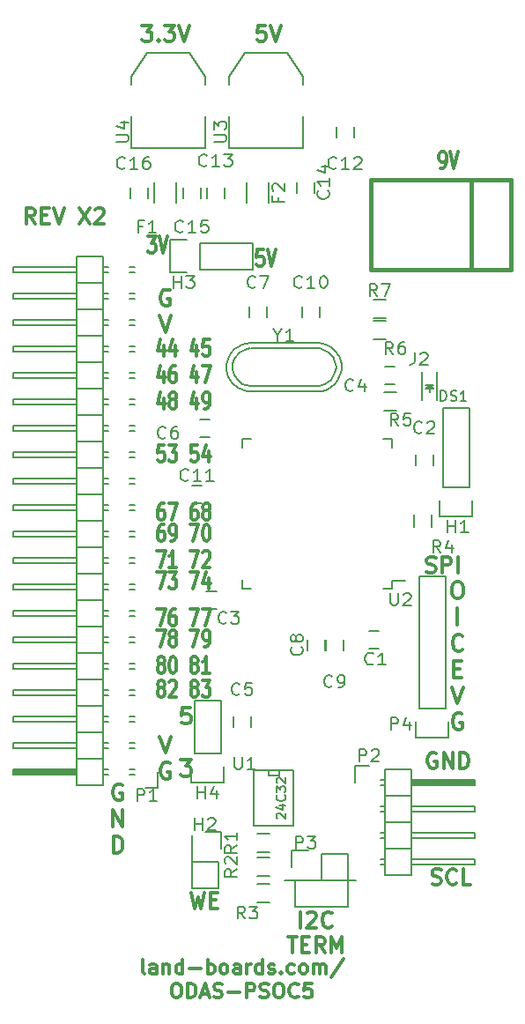
<source format=gbr>
G04 #@! TF.FileFunction,Legend,Top*
%FSLAX46Y46*%
G04 Gerber Fmt 4.6, Leading zero omitted, Abs format (unit mm)*
G04 Created by KiCad (PCBNEW 4.0.1-stable) date 12/26/2016 8:36:13 PM*
%MOMM*%
G01*
G04 APERTURE LIST*
%ADD10C,0.100000*%
%ADD11C,0.300000*%
%ADD12C,0.200000*%
%ADD13C,0.349250*%
%ADD14C,0.150000*%
%ADD15C,0.127000*%
%ADD16C,0.381000*%
%ADD17C,0.203200*%
%ADD18C,0.190500*%
%ADD19C,0.152400*%
G04 APERTURE END LIST*
D10*
D11*
X51835143Y-24594155D02*
X52063715Y-24594155D01*
X52178000Y-24518560D01*
X52235143Y-24442964D01*
X52349429Y-24216179D01*
X52406572Y-23913798D01*
X52406572Y-23309036D01*
X52349429Y-23157845D01*
X52292286Y-23082250D01*
X52178000Y-23006655D01*
X51949429Y-23006655D01*
X51835143Y-23082250D01*
X51778000Y-23157845D01*
X51720857Y-23309036D01*
X51720857Y-23687012D01*
X51778000Y-23838202D01*
X51835143Y-23913798D01*
X51949429Y-23989393D01*
X52178000Y-23989393D01*
X52292286Y-23913798D01*
X52349429Y-23838202D01*
X52406572Y-23687012D01*
X52749429Y-23006655D02*
X53149429Y-24594155D01*
X53549429Y-23006655D01*
X23723715Y-31134655D02*
X24466572Y-31134655D01*
X24066572Y-31739417D01*
X24238000Y-31739417D01*
X24352286Y-31815012D01*
X24409429Y-31890607D01*
X24466572Y-32041798D01*
X24466572Y-32419774D01*
X24409429Y-32570964D01*
X24352286Y-32646560D01*
X24238000Y-32722155D01*
X23895143Y-32722155D01*
X23780857Y-32646560D01*
X23723715Y-32570964D01*
X24809429Y-31134655D02*
X25209429Y-32722155D01*
X25609429Y-31134655D01*
X34823429Y-32404655D02*
X34252000Y-32404655D01*
X34194857Y-33160607D01*
X34252000Y-33085012D01*
X34366286Y-33009417D01*
X34652000Y-33009417D01*
X34766286Y-33085012D01*
X34823429Y-33160607D01*
X34880572Y-33311798D01*
X34880572Y-33689774D01*
X34823429Y-33840964D01*
X34766286Y-33916560D01*
X34652000Y-33992155D01*
X34366286Y-33992155D01*
X34252000Y-33916560D01*
X34194857Y-33840964D01*
X35223429Y-32404655D02*
X35623429Y-33992155D01*
X36023429Y-32404655D01*
X21243774Y-83805750D02*
X21092583Y-83730155D01*
X20865798Y-83730155D01*
X20639012Y-83805750D01*
X20487821Y-83956940D01*
X20412226Y-84108131D01*
X20336631Y-84410512D01*
X20336631Y-84637298D01*
X20412226Y-84939679D01*
X20487821Y-85090869D01*
X20639012Y-85242060D01*
X20865798Y-85317655D01*
X21016988Y-85317655D01*
X21243774Y-85242060D01*
X21319369Y-85166464D01*
X21319369Y-84637298D01*
X21016988Y-84637298D01*
X20374429Y-87840155D02*
X20374429Y-86252655D01*
X21281572Y-87840155D01*
X21281572Y-86252655D01*
X20412226Y-90362655D02*
X20412226Y-88775155D01*
X20790202Y-88775155D01*
X21016988Y-88850750D01*
X21168179Y-89001940D01*
X21243774Y-89153131D01*
X21319369Y-89455512D01*
X21319369Y-89682298D01*
X21243774Y-89984679D01*
X21168179Y-90135869D01*
X21016988Y-90287060D01*
X20790202Y-90362655D01*
X20412226Y-90362655D01*
X27809977Y-76364155D02*
X27054024Y-76364155D01*
X26978429Y-77120107D01*
X27054024Y-77044512D01*
X27205215Y-76968917D01*
X27583191Y-76968917D01*
X27734381Y-77044512D01*
X27809977Y-77120107D01*
X27885572Y-77271298D01*
X27885572Y-77649274D01*
X27809977Y-77800464D01*
X27734381Y-77876060D01*
X27583191Y-77951655D01*
X27205215Y-77951655D01*
X27054024Y-77876060D01*
X26978429Y-77800464D01*
X26902834Y-81409155D02*
X27885572Y-81409155D01*
X27356405Y-82013917D01*
X27583191Y-82013917D01*
X27734381Y-82089512D01*
X27809977Y-82165107D01*
X27885572Y-82316298D01*
X27885572Y-82694274D01*
X27809977Y-82845464D01*
X27734381Y-82921060D01*
X27583191Y-82996655D01*
X27129619Y-82996655D01*
X26978429Y-82921060D01*
X26902834Y-82845464D01*
X24892286Y-74487012D02*
X24778000Y-74411417D01*
X24720857Y-74335821D01*
X24663714Y-74184631D01*
X24663714Y-74109036D01*
X24720857Y-73957845D01*
X24778000Y-73882250D01*
X24892286Y-73806655D01*
X25120857Y-73806655D01*
X25235143Y-73882250D01*
X25292286Y-73957845D01*
X25349429Y-74109036D01*
X25349429Y-74184631D01*
X25292286Y-74335821D01*
X25235143Y-74411417D01*
X25120857Y-74487012D01*
X24892286Y-74487012D01*
X24778000Y-74562607D01*
X24720857Y-74638202D01*
X24663714Y-74789393D01*
X24663714Y-75091774D01*
X24720857Y-75242964D01*
X24778000Y-75318560D01*
X24892286Y-75394155D01*
X25120857Y-75394155D01*
X25235143Y-75318560D01*
X25292286Y-75242964D01*
X25349429Y-75091774D01*
X25349429Y-74789393D01*
X25292286Y-74638202D01*
X25235143Y-74562607D01*
X25120857Y-74487012D01*
X25806571Y-73957845D02*
X25863714Y-73882250D01*
X25978000Y-73806655D01*
X26263714Y-73806655D01*
X26378000Y-73882250D01*
X26435143Y-73957845D01*
X26492286Y-74109036D01*
X26492286Y-74260226D01*
X26435143Y-74487012D01*
X25749429Y-75394155D01*
X26492286Y-75394155D01*
X28092286Y-74487012D02*
X27978000Y-74411417D01*
X27920857Y-74335821D01*
X27863714Y-74184631D01*
X27863714Y-74109036D01*
X27920857Y-73957845D01*
X27978000Y-73882250D01*
X28092286Y-73806655D01*
X28320857Y-73806655D01*
X28435143Y-73882250D01*
X28492286Y-73957845D01*
X28549429Y-74109036D01*
X28549429Y-74184631D01*
X28492286Y-74335821D01*
X28435143Y-74411417D01*
X28320857Y-74487012D01*
X28092286Y-74487012D01*
X27978000Y-74562607D01*
X27920857Y-74638202D01*
X27863714Y-74789393D01*
X27863714Y-75091774D01*
X27920857Y-75242964D01*
X27978000Y-75318560D01*
X28092286Y-75394155D01*
X28320857Y-75394155D01*
X28435143Y-75318560D01*
X28492286Y-75242964D01*
X28549429Y-75091774D01*
X28549429Y-74789393D01*
X28492286Y-74638202D01*
X28435143Y-74562607D01*
X28320857Y-74487012D01*
X28949429Y-73806655D02*
X29692286Y-73806655D01*
X29292286Y-74411417D01*
X29463714Y-74411417D01*
X29578000Y-74487012D01*
X29635143Y-74562607D01*
X29692286Y-74713798D01*
X29692286Y-75091774D01*
X29635143Y-75242964D01*
X29578000Y-75318560D01*
X29463714Y-75394155D01*
X29120857Y-75394155D01*
X29006571Y-75318560D01*
X28949429Y-75242964D01*
X24892286Y-72201012D02*
X24778000Y-72125417D01*
X24720857Y-72049821D01*
X24663714Y-71898631D01*
X24663714Y-71823036D01*
X24720857Y-71671845D01*
X24778000Y-71596250D01*
X24892286Y-71520655D01*
X25120857Y-71520655D01*
X25235143Y-71596250D01*
X25292286Y-71671845D01*
X25349429Y-71823036D01*
X25349429Y-71898631D01*
X25292286Y-72049821D01*
X25235143Y-72125417D01*
X25120857Y-72201012D01*
X24892286Y-72201012D01*
X24778000Y-72276607D01*
X24720857Y-72352202D01*
X24663714Y-72503393D01*
X24663714Y-72805774D01*
X24720857Y-72956964D01*
X24778000Y-73032560D01*
X24892286Y-73108155D01*
X25120857Y-73108155D01*
X25235143Y-73032560D01*
X25292286Y-72956964D01*
X25349429Y-72805774D01*
X25349429Y-72503393D01*
X25292286Y-72352202D01*
X25235143Y-72276607D01*
X25120857Y-72201012D01*
X26092286Y-71520655D02*
X26206571Y-71520655D01*
X26320857Y-71596250D01*
X26378000Y-71671845D01*
X26435143Y-71823036D01*
X26492286Y-72125417D01*
X26492286Y-72503393D01*
X26435143Y-72805774D01*
X26378000Y-72956964D01*
X26320857Y-73032560D01*
X26206571Y-73108155D01*
X26092286Y-73108155D01*
X25978000Y-73032560D01*
X25920857Y-72956964D01*
X25863714Y-72805774D01*
X25806571Y-72503393D01*
X25806571Y-72125417D01*
X25863714Y-71823036D01*
X25920857Y-71671845D01*
X25978000Y-71596250D01*
X26092286Y-71520655D01*
X28092286Y-72201012D02*
X27978000Y-72125417D01*
X27920857Y-72049821D01*
X27863714Y-71898631D01*
X27863714Y-71823036D01*
X27920857Y-71671845D01*
X27978000Y-71596250D01*
X28092286Y-71520655D01*
X28320857Y-71520655D01*
X28435143Y-71596250D01*
X28492286Y-71671845D01*
X28549429Y-71823036D01*
X28549429Y-71898631D01*
X28492286Y-72049821D01*
X28435143Y-72125417D01*
X28320857Y-72201012D01*
X28092286Y-72201012D01*
X27978000Y-72276607D01*
X27920857Y-72352202D01*
X27863714Y-72503393D01*
X27863714Y-72805774D01*
X27920857Y-72956964D01*
X27978000Y-73032560D01*
X28092286Y-73108155D01*
X28320857Y-73108155D01*
X28435143Y-73032560D01*
X28492286Y-72956964D01*
X28549429Y-72805774D01*
X28549429Y-72503393D01*
X28492286Y-72352202D01*
X28435143Y-72276607D01*
X28320857Y-72201012D01*
X29692286Y-73108155D02*
X29006571Y-73108155D01*
X29349429Y-73108155D02*
X29349429Y-71520655D01*
X29235143Y-71747440D01*
X29120857Y-71898631D01*
X29006571Y-71974226D01*
X24606572Y-68980655D02*
X25406572Y-68980655D01*
X24892286Y-70568155D01*
X26035143Y-69661012D02*
X25920857Y-69585417D01*
X25863714Y-69509821D01*
X25806571Y-69358631D01*
X25806571Y-69283036D01*
X25863714Y-69131845D01*
X25920857Y-69056250D01*
X26035143Y-68980655D01*
X26263714Y-68980655D01*
X26378000Y-69056250D01*
X26435143Y-69131845D01*
X26492286Y-69283036D01*
X26492286Y-69358631D01*
X26435143Y-69509821D01*
X26378000Y-69585417D01*
X26263714Y-69661012D01*
X26035143Y-69661012D01*
X25920857Y-69736607D01*
X25863714Y-69812202D01*
X25806571Y-69963393D01*
X25806571Y-70265774D01*
X25863714Y-70416964D01*
X25920857Y-70492560D01*
X26035143Y-70568155D01*
X26263714Y-70568155D01*
X26378000Y-70492560D01*
X26435143Y-70416964D01*
X26492286Y-70265774D01*
X26492286Y-69963393D01*
X26435143Y-69812202D01*
X26378000Y-69736607D01*
X26263714Y-69661012D01*
X27806572Y-68980655D02*
X28606572Y-68980655D01*
X28092286Y-70568155D01*
X29120857Y-70568155D02*
X29349429Y-70568155D01*
X29463714Y-70492560D01*
X29520857Y-70416964D01*
X29635143Y-70190179D01*
X29692286Y-69887798D01*
X29692286Y-69283036D01*
X29635143Y-69131845D01*
X29578000Y-69056250D01*
X29463714Y-68980655D01*
X29235143Y-68980655D01*
X29120857Y-69056250D01*
X29063714Y-69131845D01*
X29006571Y-69283036D01*
X29006571Y-69661012D01*
X29063714Y-69812202D01*
X29120857Y-69887798D01*
X29235143Y-69963393D01*
X29463714Y-69963393D01*
X29578000Y-69887798D01*
X29635143Y-69812202D01*
X29692286Y-69661012D01*
X24606572Y-66948655D02*
X25406572Y-66948655D01*
X24892286Y-68536155D01*
X26378000Y-66948655D02*
X26149429Y-66948655D01*
X26035143Y-67024250D01*
X25978000Y-67099845D01*
X25863714Y-67326631D01*
X25806571Y-67629012D01*
X25806571Y-68233774D01*
X25863714Y-68384964D01*
X25920857Y-68460560D01*
X26035143Y-68536155D01*
X26263714Y-68536155D01*
X26378000Y-68460560D01*
X26435143Y-68384964D01*
X26492286Y-68233774D01*
X26492286Y-67855798D01*
X26435143Y-67704607D01*
X26378000Y-67629012D01*
X26263714Y-67553417D01*
X26035143Y-67553417D01*
X25920857Y-67629012D01*
X25863714Y-67704607D01*
X25806571Y-67855798D01*
X27806572Y-66948655D02*
X28606572Y-66948655D01*
X28092286Y-68536155D01*
X28949429Y-66948655D02*
X29749429Y-66948655D01*
X29235143Y-68536155D01*
X24606572Y-63392655D02*
X25406572Y-63392655D01*
X24892286Y-64980155D01*
X25749429Y-63392655D02*
X26492286Y-63392655D01*
X26092286Y-63997417D01*
X26263714Y-63997417D01*
X26378000Y-64073012D01*
X26435143Y-64148607D01*
X26492286Y-64299798D01*
X26492286Y-64677774D01*
X26435143Y-64828964D01*
X26378000Y-64904560D01*
X26263714Y-64980155D01*
X25920857Y-64980155D01*
X25806571Y-64904560D01*
X25749429Y-64828964D01*
X27806572Y-63392655D02*
X28606572Y-63392655D01*
X28092286Y-64980155D01*
X29578000Y-63921821D02*
X29578000Y-64980155D01*
X29292286Y-63317060D02*
X29006571Y-64450988D01*
X29749429Y-64450988D01*
X24606572Y-61360655D02*
X25406572Y-61360655D01*
X24892286Y-62948155D01*
X26492286Y-62948155D02*
X25806571Y-62948155D01*
X26149429Y-62948155D02*
X26149429Y-61360655D01*
X26035143Y-61587440D01*
X25920857Y-61738631D01*
X25806571Y-61814226D01*
X27806572Y-61360655D02*
X28606572Y-61360655D01*
X28092286Y-62948155D01*
X29006571Y-61511845D02*
X29063714Y-61436250D01*
X29178000Y-61360655D01*
X29463714Y-61360655D01*
X29578000Y-61436250D01*
X29635143Y-61511845D01*
X29692286Y-61663036D01*
X29692286Y-61814226D01*
X29635143Y-62041012D01*
X28949429Y-62948155D01*
X29692286Y-62948155D01*
X25235143Y-58820655D02*
X25006572Y-58820655D01*
X24892286Y-58896250D01*
X24835143Y-58971845D01*
X24720857Y-59198631D01*
X24663714Y-59501012D01*
X24663714Y-60105774D01*
X24720857Y-60256964D01*
X24778000Y-60332560D01*
X24892286Y-60408155D01*
X25120857Y-60408155D01*
X25235143Y-60332560D01*
X25292286Y-60256964D01*
X25349429Y-60105774D01*
X25349429Y-59727798D01*
X25292286Y-59576607D01*
X25235143Y-59501012D01*
X25120857Y-59425417D01*
X24892286Y-59425417D01*
X24778000Y-59501012D01*
X24720857Y-59576607D01*
X24663714Y-59727798D01*
X25920857Y-60408155D02*
X26149429Y-60408155D01*
X26263714Y-60332560D01*
X26320857Y-60256964D01*
X26435143Y-60030179D01*
X26492286Y-59727798D01*
X26492286Y-59123036D01*
X26435143Y-58971845D01*
X26378000Y-58896250D01*
X26263714Y-58820655D01*
X26035143Y-58820655D01*
X25920857Y-58896250D01*
X25863714Y-58971845D01*
X25806571Y-59123036D01*
X25806571Y-59501012D01*
X25863714Y-59652202D01*
X25920857Y-59727798D01*
X26035143Y-59803393D01*
X26263714Y-59803393D01*
X26378000Y-59727798D01*
X26435143Y-59652202D01*
X26492286Y-59501012D01*
X27806572Y-58820655D02*
X28606572Y-58820655D01*
X28092286Y-60408155D01*
X29292286Y-58820655D02*
X29406571Y-58820655D01*
X29520857Y-58896250D01*
X29578000Y-58971845D01*
X29635143Y-59123036D01*
X29692286Y-59425417D01*
X29692286Y-59803393D01*
X29635143Y-60105774D01*
X29578000Y-60256964D01*
X29520857Y-60332560D01*
X29406571Y-60408155D01*
X29292286Y-60408155D01*
X29178000Y-60332560D01*
X29120857Y-60256964D01*
X29063714Y-60105774D01*
X29006571Y-59803393D01*
X29006571Y-59425417D01*
X29063714Y-59123036D01*
X29120857Y-58971845D01*
X29178000Y-58896250D01*
X29292286Y-58820655D01*
X25235143Y-56788655D02*
X25006572Y-56788655D01*
X24892286Y-56864250D01*
X24835143Y-56939845D01*
X24720857Y-57166631D01*
X24663714Y-57469012D01*
X24663714Y-58073774D01*
X24720857Y-58224964D01*
X24778000Y-58300560D01*
X24892286Y-58376155D01*
X25120857Y-58376155D01*
X25235143Y-58300560D01*
X25292286Y-58224964D01*
X25349429Y-58073774D01*
X25349429Y-57695798D01*
X25292286Y-57544607D01*
X25235143Y-57469012D01*
X25120857Y-57393417D01*
X24892286Y-57393417D01*
X24778000Y-57469012D01*
X24720857Y-57544607D01*
X24663714Y-57695798D01*
X25749429Y-56788655D02*
X26549429Y-56788655D01*
X26035143Y-58376155D01*
X28435143Y-56788655D02*
X28206572Y-56788655D01*
X28092286Y-56864250D01*
X28035143Y-56939845D01*
X27920857Y-57166631D01*
X27863714Y-57469012D01*
X27863714Y-58073774D01*
X27920857Y-58224964D01*
X27978000Y-58300560D01*
X28092286Y-58376155D01*
X28320857Y-58376155D01*
X28435143Y-58300560D01*
X28492286Y-58224964D01*
X28549429Y-58073774D01*
X28549429Y-57695798D01*
X28492286Y-57544607D01*
X28435143Y-57469012D01*
X28320857Y-57393417D01*
X28092286Y-57393417D01*
X27978000Y-57469012D01*
X27920857Y-57544607D01*
X27863714Y-57695798D01*
X29235143Y-57469012D02*
X29120857Y-57393417D01*
X29063714Y-57317821D01*
X29006571Y-57166631D01*
X29006571Y-57091036D01*
X29063714Y-56939845D01*
X29120857Y-56864250D01*
X29235143Y-56788655D01*
X29463714Y-56788655D01*
X29578000Y-56864250D01*
X29635143Y-56939845D01*
X29692286Y-57091036D01*
X29692286Y-57166631D01*
X29635143Y-57317821D01*
X29578000Y-57393417D01*
X29463714Y-57469012D01*
X29235143Y-57469012D01*
X29120857Y-57544607D01*
X29063714Y-57620202D01*
X29006571Y-57771393D01*
X29006571Y-58073774D01*
X29063714Y-58224964D01*
X29120857Y-58300560D01*
X29235143Y-58376155D01*
X29463714Y-58376155D01*
X29578000Y-58300560D01*
X29635143Y-58224964D01*
X29692286Y-58073774D01*
X29692286Y-57771393D01*
X29635143Y-57620202D01*
X29578000Y-57544607D01*
X29463714Y-57469012D01*
X25292286Y-51200655D02*
X24720857Y-51200655D01*
X24663714Y-51956607D01*
X24720857Y-51881012D01*
X24835143Y-51805417D01*
X25120857Y-51805417D01*
X25235143Y-51881012D01*
X25292286Y-51956607D01*
X25349429Y-52107798D01*
X25349429Y-52485774D01*
X25292286Y-52636964D01*
X25235143Y-52712560D01*
X25120857Y-52788155D01*
X24835143Y-52788155D01*
X24720857Y-52712560D01*
X24663714Y-52636964D01*
X25749429Y-51200655D02*
X26492286Y-51200655D01*
X26092286Y-51805417D01*
X26263714Y-51805417D01*
X26378000Y-51881012D01*
X26435143Y-51956607D01*
X26492286Y-52107798D01*
X26492286Y-52485774D01*
X26435143Y-52636964D01*
X26378000Y-52712560D01*
X26263714Y-52788155D01*
X25920857Y-52788155D01*
X25806571Y-52712560D01*
X25749429Y-52636964D01*
X28492286Y-51200655D02*
X27920857Y-51200655D01*
X27863714Y-51956607D01*
X27920857Y-51881012D01*
X28035143Y-51805417D01*
X28320857Y-51805417D01*
X28435143Y-51881012D01*
X28492286Y-51956607D01*
X28549429Y-52107798D01*
X28549429Y-52485774D01*
X28492286Y-52636964D01*
X28435143Y-52712560D01*
X28320857Y-52788155D01*
X28035143Y-52788155D01*
X27920857Y-52712560D01*
X27863714Y-52636964D01*
X29578000Y-51729821D02*
X29578000Y-52788155D01*
X29292286Y-51125060D02*
X29006571Y-52258988D01*
X29749429Y-52258988D01*
X25235143Y-46649821D02*
X25235143Y-47708155D01*
X24949429Y-46045060D02*
X24663714Y-47178988D01*
X25406572Y-47178988D01*
X26035143Y-46801012D02*
X25920857Y-46725417D01*
X25863714Y-46649821D01*
X25806571Y-46498631D01*
X25806571Y-46423036D01*
X25863714Y-46271845D01*
X25920857Y-46196250D01*
X26035143Y-46120655D01*
X26263714Y-46120655D01*
X26378000Y-46196250D01*
X26435143Y-46271845D01*
X26492286Y-46423036D01*
X26492286Y-46498631D01*
X26435143Y-46649821D01*
X26378000Y-46725417D01*
X26263714Y-46801012D01*
X26035143Y-46801012D01*
X25920857Y-46876607D01*
X25863714Y-46952202D01*
X25806571Y-47103393D01*
X25806571Y-47405774D01*
X25863714Y-47556964D01*
X25920857Y-47632560D01*
X26035143Y-47708155D01*
X26263714Y-47708155D01*
X26378000Y-47632560D01*
X26435143Y-47556964D01*
X26492286Y-47405774D01*
X26492286Y-47103393D01*
X26435143Y-46952202D01*
X26378000Y-46876607D01*
X26263714Y-46801012D01*
X28435143Y-46649821D02*
X28435143Y-47708155D01*
X28149429Y-46045060D02*
X27863714Y-47178988D01*
X28606572Y-47178988D01*
X29120857Y-47708155D02*
X29349429Y-47708155D01*
X29463714Y-47632560D01*
X29520857Y-47556964D01*
X29635143Y-47330179D01*
X29692286Y-47027798D01*
X29692286Y-46423036D01*
X29635143Y-46271845D01*
X29578000Y-46196250D01*
X29463714Y-46120655D01*
X29235143Y-46120655D01*
X29120857Y-46196250D01*
X29063714Y-46271845D01*
X29006571Y-46423036D01*
X29006571Y-46801012D01*
X29063714Y-46952202D01*
X29120857Y-47027798D01*
X29235143Y-47103393D01*
X29463714Y-47103393D01*
X29578000Y-47027798D01*
X29635143Y-46952202D01*
X29692286Y-46801012D01*
X25235143Y-44109821D02*
X25235143Y-45168155D01*
X24949429Y-43505060D02*
X24663714Y-44638988D01*
X25406572Y-44638988D01*
X26378000Y-43580655D02*
X26149429Y-43580655D01*
X26035143Y-43656250D01*
X25978000Y-43731845D01*
X25863714Y-43958631D01*
X25806571Y-44261012D01*
X25806571Y-44865774D01*
X25863714Y-45016964D01*
X25920857Y-45092560D01*
X26035143Y-45168155D01*
X26263714Y-45168155D01*
X26378000Y-45092560D01*
X26435143Y-45016964D01*
X26492286Y-44865774D01*
X26492286Y-44487798D01*
X26435143Y-44336607D01*
X26378000Y-44261012D01*
X26263714Y-44185417D01*
X26035143Y-44185417D01*
X25920857Y-44261012D01*
X25863714Y-44336607D01*
X25806571Y-44487798D01*
X28435143Y-44109821D02*
X28435143Y-45168155D01*
X28149429Y-43505060D02*
X27863714Y-44638988D01*
X28606572Y-44638988D01*
X28949429Y-43580655D02*
X29749429Y-43580655D01*
X29235143Y-45168155D01*
X25235143Y-41569821D02*
X25235143Y-42628155D01*
X24949429Y-40965060D02*
X24663714Y-42098988D01*
X25406572Y-42098988D01*
X26378000Y-41569821D02*
X26378000Y-42628155D01*
X26092286Y-40965060D02*
X25806571Y-42098988D01*
X26549429Y-42098988D01*
X28435143Y-41569821D02*
X28435143Y-42628155D01*
X28149429Y-40965060D02*
X27863714Y-42098988D01*
X28606572Y-42098988D01*
X29635143Y-41040655D02*
X29063714Y-41040655D01*
X29006571Y-41796607D01*
X29063714Y-41721012D01*
X29178000Y-41645417D01*
X29463714Y-41645417D01*
X29578000Y-41721012D01*
X29635143Y-41796607D01*
X29692286Y-41947798D01*
X29692286Y-42325774D01*
X29635143Y-42476964D01*
X29578000Y-42552560D01*
X29463714Y-42628155D01*
X29178000Y-42628155D01*
X29063714Y-42552560D01*
X29006571Y-42476964D01*
D12*
X43688000Y-92964000D02*
X36830000Y-92964000D01*
D11*
X12890858Y-29888571D02*
X12390858Y-29174286D01*
X12033715Y-29888571D02*
X12033715Y-28388571D01*
X12605143Y-28388571D01*
X12748001Y-28460000D01*
X12819429Y-28531429D01*
X12890858Y-28674286D01*
X12890858Y-28888571D01*
X12819429Y-29031429D01*
X12748001Y-29102857D01*
X12605143Y-29174286D01*
X12033715Y-29174286D01*
X13533715Y-29102857D02*
X14033715Y-29102857D01*
X14248001Y-29888571D02*
X13533715Y-29888571D01*
X13533715Y-28388571D01*
X14248001Y-28388571D01*
X14676572Y-28388571D02*
X15176572Y-29888571D01*
X15676572Y-28388571D01*
X17176572Y-28388571D02*
X18176572Y-29888571D01*
X18176572Y-28388571D02*
X17176572Y-29888571D01*
X18676571Y-28531429D02*
X18748000Y-28460000D01*
X18890857Y-28388571D01*
X19248000Y-28388571D01*
X19390857Y-28460000D01*
X19462286Y-28531429D01*
X19533714Y-28674286D01*
X19533714Y-28817143D01*
X19462286Y-29031429D01*
X18605143Y-29888571D01*
X19533714Y-29888571D01*
X23185715Y-10862571D02*
X24114286Y-10862571D01*
X23614286Y-11434000D01*
X23828572Y-11434000D01*
X23971429Y-11505429D01*
X24042858Y-11576857D01*
X24114286Y-11719714D01*
X24114286Y-12076857D01*
X24042858Y-12219714D01*
X23971429Y-12291143D01*
X23828572Y-12362571D01*
X23400000Y-12362571D01*
X23257143Y-12291143D01*
X23185715Y-12219714D01*
X24757143Y-12219714D02*
X24828571Y-12291143D01*
X24757143Y-12362571D01*
X24685714Y-12291143D01*
X24757143Y-12219714D01*
X24757143Y-12362571D01*
X25328572Y-10862571D02*
X26257143Y-10862571D01*
X25757143Y-11434000D01*
X25971429Y-11434000D01*
X26114286Y-11505429D01*
X26185715Y-11576857D01*
X26257143Y-11719714D01*
X26257143Y-12076857D01*
X26185715Y-12219714D01*
X26114286Y-12291143D01*
X25971429Y-12362571D01*
X25542857Y-12362571D01*
X25400000Y-12291143D01*
X25328572Y-12219714D01*
X26685714Y-10862571D02*
X27185714Y-12362571D01*
X27685714Y-10862571D01*
X38413715Y-97522571D02*
X38413715Y-96022571D01*
X39056572Y-96165429D02*
X39128001Y-96094000D01*
X39270858Y-96022571D01*
X39628001Y-96022571D01*
X39770858Y-96094000D01*
X39842287Y-96165429D01*
X39913715Y-96308286D01*
X39913715Y-96451143D01*
X39842287Y-96665429D01*
X38985144Y-97522571D01*
X39913715Y-97522571D01*
X41413715Y-97379714D02*
X41342286Y-97451143D01*
X41128000Y-97522571D01*
X40985143Y-97522571D01*
X40770858Y-97451143D01*
X40628000Y-97308286D01*
X40556572Y-97165429D01*
X40485143Y-96879714D01*
X40485143Y-96665429D01*
X40556572Y-96379714D01*
X40628000Y-96236857D01*
X40770858Y-96094000D01*
X40985143Y-96022571D01*
X41128000Y-96022571D01*
X41342286Y-96094000D01*
X41413715Y-96165429D01*
X37163714Y-98422571D02*
X38020857Y-98422571D01*
X37592286Y-99922571D02*
X37592286Y-98422571D01*
X38520857Y-99136857D02*
X39020857Y-99136857D01*
X39235143Y-99922571D02*
X38520857Y-99922571D01*
X38520857Y-98422571D01*
X39235143Y-98422571D01*
X40735143Y-99922571D02*
X40235143Y-99208286D01*
X39878000Y-99922571D02*
X39878000Y-98422571D01*
X40449428Y-98422571D01*
X40592286Y-98494000D01*
X40663714Y-98565429D01*
X40735143Y-98708286D01*
X40735143Y-98922571D01*
X40663714Y-99065429D01*
X40592286Y-99136857D01*
X40449428Y-99208286D01*
X39878000Y-99208286D01*
X41378000Y-99922571D02*
X41378000Y-98422571D01*
X41878000Y-99494000D01*
X42378000Y-98422571D01*
X42378000Y-99922571D01*
X25815774Y-36299000D02*
X25664583Y-36223405D01*
X25437798Y-36223405D01*
X25211012Y-36299000D01*
X25059821Y-36450190D01*
X24984226Y-36601381D01*
X24908631Y-36903762D01*
X24908631Y-37130548D01*
X24984226Y-37432929D01*
X25059821Y-37584119D01*
X25211012Y-37735310D01*
X25437798Y-37810905D01*
X25588988Y-37810905D01*
X25815774Y-37735310D01*
X25891369Y-37659714D01*
X25891369Y-37130548D01*
X25588988Y-37130548D01*
X24870833Y-38745905D02*
X25400000Y-40333405D01*
X25929167Y-38745905D01*
X50534286Y-63345143D02*
X50748572Y-63416571D01*
X51105715Y-63416571D01*
X51248572Y-63345143D01*
X51320001Y-63273714D01*
X51391429Y-63130857D01*
X51391429Y-62988000D01*
X51320001Y-62845143D01*
X51248572Y-62773714D01*
X51105715Y-62702286D01*
X50820001Y-62630857D01*
X50677143Y-62559429D01*
X50605715Y-62488000D01*
X50534286Y-62345143D01*
X50534286Y-62202286D01*
X50605715Y-62059429D01*
X50677143Y-61988000D01*
X50820001Y-61916571D01*
X51177143Y-61916571D01*
X51391429Y-61988000D01*
X52034286Y-63416571D02*
X52034286Y-61916571D01*
X52605714Y-61916571D01*
X52748572Y-61988000D01*
X52820000Y-62059429D01*
X52891429Y-62202286D01*
X52891429Y-62416571D01*
X52820000Y-62559429D01*
X52748572Y-62630857D01*
X52605714Y-62702286D01*
X52034286Y-62702286D01*
X53534286Y-63416571D02*
X53534286Y-61916571D01*
X53348810Y-64324405D02*
X53651191Y-64324405D01*
X53802382Y-64400000D01*
X53953572Y-64551190D01*
X54029167Y-64853571D01*
X54029167Y-65382738D01*
X53953572Y-65685119D01*
X53802382Y-65836310D01*
X53651191Y-65911905D01*
X53348810Y-65911905D01*
X53197620Y-65836310D01*
X53046429Y-65685119D01*
X52970834Y-65382738D01*
X52970834Y-64853571D01*
X53046429Y-64551190D01*
X53197620Y-64400000D01*
X53348810Y-64324405D01*
X53500000Y-68434405D02*
X53500000Y-66846905D01*
X53991369Y-70805714D02*
X53915774Y-70881310D01*
X53688988Y-70956905D01*
X53537798Y-70956905D01*
X53311012Y-70881310D01*
X53159821Y-70730119D01*
X53084226Y-70578929D01*
X53008631Y-70276548D01*
X53008631Y-70049762D01*
X53084226Y-69747381D01*
X53159821Y-69596190D01*
X53311012Y-69445000D01*
X53537798Y-69369405D01*
X53688988Y-69369405D01*
X53915774Y-69445000D01*
X53991369Y-69520595D01*
X53159821Y-72647857D02*
X53688988Y-72647857D01*
X53915774Y-73479405D02*
X53159821Y-73479405D01*
X53159821Y-71891905D01*
X53915774Y-71891905D01*
X52970833Y-74414405D02*
X53500000Y-76001905D01*
X54029167Y-74414405D01*
X53915774Y-77012500D02*
X53764583Y-76936905D01*
X53537798Y-76936905D01*
X53311012Y-77012500D01*
X53159821Y-77163690D01*
X53084226Y-77314881D01*
X53008631Y-77617262D01*
X53008631Y-77844048D01*
X53084226Y-78146429D01*
X53159821Y-78297619D01*
X53311012Y-78448810D01*
X53537798Y-78524405D01*
X53688988Y-78524405D01*
X53915774Y-78448810D01*
X53991369Y-78373214D01*
X53991369Y-77844048D01*
X53688988Y-77844048D01*
X51046286Y-93317143D02*
X51260572Y-93388571D01*
X51617715Y-93388571D01*
X51760572Y-93317143D01*
X51832001Y-93245714D01*
X51903429Y-93102857D01*
X51903429Y-92960000D01*
X51832001Y-92817143D01*
X51760572Y-92745714D01*
X51617715Y-92674286D01*
X51332001Y-92602857D01*
X51189143Y-92531429D01*
X51117715Y-92460000D01*
X51046286Y-92317143D01*
X51046286Y-92174286D01*
X51117715Y-92031429D01*
X51189143Y-91960000D01*
X51332001Y-91888571D01*
X51689143Y-91888571D01*
X51903429Y-91960000D01*
X53403429Y-93245714D02*
X53332000Y-93317143D01*
X53117714Y-93388571D01*
X52974857Y-93388571D01*
X52760572Y-93317143D01*
X52617714Y-93174286D01*
X52546286Y-93031429D01*
X52474857Y-92745714D01*
X52474857Y-92531429D01*
X52546286Y-92245714D01*
X52617714Y-92102857D01*
X52760572Y-91960000D01*
X52974857Y-91888571D01*
X53117714Y-91888571D01*
X53332000Y-91960000D01*
X53403429Y-92031429D01*
X54760572Y-93388571D02*
X54046286Y-93388571D01*
X54046286Y-91888571D01*
X51435143Y-80784000D02*
X51292286Y-80712571D01*
X51078000Y-80712571D01*
X50863715Y-80784000D01*
X50720857Y-80926857D01*
X50649429Y-81069714D01*
X50578000Y-81355429D01*
X50578000Y-81569714D01*
X50649429Y-81855429D01*
X50720857Y-81998286D01*
X50863715Y-82141143D01*
X51078000Y-82212571D01*
X51220857Y-82212571D01*
X51435143Y-82141143D01*
X51506572Y-82069714D01*
X51506572Y-81569714D01*
X51220857Y-81569714D01*
X52149429Y-82212571D02*
X52149429Y-80712571D01*
X53006572Y-82212571D01*
X53006572Y-80712571D01*
X53720858Y-82212571D02*
X53720858Y-80712571D01*
X54078001Y-80712571D01*
X54292286Y-80784000D01*
X54435144Y-80926857D01*
X54506572Y-81069714D01*
X54578001Y-81355429D01*
X54578001Y-81569714D01*
X54506572Y-81855429D01*
X54435144Y-81998286D01*
X54292286Y-82141143D01*
X54078001Y-82212571D01*
X53720858Y-82212571D01*
X27888572Y-94174571D02*
X28245715Y-95674571D01*
X28531429Y-94603143D01*
X28817143Y-95674571D01*
X29174286Y-94174571D01*
X29745715Y-94888857D02*
X30245715Y-94888857D01*
X30460001Y-95674571D02*
X29745715Y-95674571D01*
X29745715Y-94174571D01*
X30460001Y-94174571D01*
X24870833Y-79149405D02*
X25400000Y-80736905D01*
X25929167Y-79149405D01*
X25815774Y-81747500D02*
X25664583Y-81671905D01*
X25437798Y-81671905D01*
X25211012Y-81747500D01*
X25059821Y-81898690D01*
X24984226Y-82049881D01*
X24908631Y-82352262D01*
X24908631Y-82579048D01*
X24984226Y-82881429D01*
X25059821Y-83032619D01*
X25211012Y-83183810D01*
X25437798Y-83259405D01*
X25588988Y-83259405D01*
X25815774Y-83183810D01*
X25891369Y-83108214D01*
X25891369Y-82579048D01*
X25588988Y-82579048D01*
X35020287Y-10862571D02*
X34306001Y-10862571D01*
X34234572Y-11576857D01*
X34306001Y-11505429D01*
X34448858Y-11434000D01*
X34806001Y-11434000D01*
X34948858Y-11505429D01*
X35020287Y-11576857D01*
X35091715Y-11719714D01*
X35091715Y-12076857D01*
X35020287Y-12219714D01*
X34948858Y-12291143D01*
X34806001Y-12362571D01*
X34448858Y-12362571D01*
X34306001Y-12291143D01*
X34234572Y-12219714D01*
X35520286Y-10862571D02*
X36020286Y-12362571D01*
X36520286Y-10862571D01*
D13*
X23419405Y-101968451D02*
X23286358Y-101901927D01*
X23219834Y-101768880D01*
X23219834Y-100571451D01*
X24550310Y-101968451D02*
X24550310Y-101236689D01*
X24483787Y-101103642D01*
X24350739Y-101037118D01*
X24084644Y-101037118D01*
X23951596Y-101103642D01*
X24550310Y-101901927D02*
X24417263Y-101968451D01*
X24084644Y-101968451D01*
X23951596Y-101901927D01*
X23885072Y-101768880D01*
X23885072Y-101635832D01*
X23951596Y-101502785D01*
X24084644Y-101436261D01*
X24417263Y-101436261D01*
X24550310Y-101369737D01*
X25215548Y-101037118D02*
X25215548Y-101968451D01*
X25215548Y-101170165D02*
X25282072Y-101103642D01*
X25415119Y-101037118D01*
X25614691Y-101037118D01*
X25747739Y-101103642D01*
X25814262Y-101236689D01*
X25814262Y-101968451D01*
X27078214Y-101968451D02*
X27078214Y-100571451D01*
X27078214Y-101901927D02*
X26945167Y-101968451D01*
X26679071Y-101968451D01*
X26546024Y-101901927D01*
X26479500Y-101835404D01*
X26412976Y-101702356D01*
X26412976Y-101303213D01*
X26479500Y-101170165D01*
X26546024Y-101103642D01*
X26679071Y-101037118D01*
X26945167Y-101037118D01*
X27078214Y-101103642D01*
X27743452Y-101436261D02*
X28807833Y-101436261D01*
X29473071Y-101968451D02*
X29473071Y-100571451D01*
X29473071Y-101103642D02*
X29606119Y-101037118D01*
X29872214Y-101037118D01*
X30005262Y-101103642D01*
X30071785Y-101170165D01*
X30138309Y-101303213D01*
X30138309Y-101702356D01*
X30071785Y-101835404D01*
X30005262Y-101901927D01*
X29872214Y-101968451D01*
X29606119Y-101968451D01*
X29473071Y-101901927D01*
X30936594Y-101968451D02*
X30803547Y-101901927D01*
X30737023Y-101835404D01*
X30670499Y-101702356D01*
X30670499Y-101303213D01*
X30737023Y-101170165D01*
X30803547Y-101103642D01*
X30936594Y-101037118D01*
X31136166Y-101037118D01*
X31269214Y-101103642D01*
X31335737Y-101170165D01*
X31402261Y-101303213D01*
X31402261Y-101702356D01*
X31335737Y-101835404D01*
X31269214Y-101901927D01*
X31136166Y-101968451D01*
X30936594Y-101968451D01*
X32599689Y-101968451D02*
X32599689Y-101236689D01*
X32533166Y-101103642D01*
X32400118Y-101037118D01*
X32134023Y-101037118D01*
X32000975Y-101103642D01*
X32599689Y-101901927D02*
X32466642Y-101968451D01*
X32134023Y-101968451D01*
X32000975Y-101901927D01*
X31934451Y-101768880D01*
X31934451Y-101635832D01*
X32000975Y-101502785D01*
X32134023Y-101436261D01*
X32466642Y-101436261D01*
X32599689Y-101369737D01*
X33264927Y-101968451D02*
X33264927Y-101037118D01*
X33264927Y-101303213D02*
X33331451Y-101170165D01*
X33397975Y-101103642D01*
X33531022Y-101037118D01*
X33664070Y-101037118D01*
X34728451Y-101968451D02*
X34728451Y-100571451D01*
X34728451Y-101901927D02*
X34595404Y-101968451D01*
X34329308Y-101968451D01*
X34196261Y-101901927D01*
X34129737Y-101835404D01*
X34063213Y-101702356D01*
X34063213Y-101303213D01*
X34129737Y-101170165D01*
X34196261Y-101103642D01*
X34329308Y-101037118D01*
X34595404Y-101037118D01*
X34728451Y-101103642D01*
X35327165Y-101901927D02*
X35460213Y-101968451D01*
X35726308Y-101968451D01*
X35859356Y-101901927D01*
X35925880Y-101768880D01*
X35925880Y-101702356D01*
X35859356Y-101569308D01*
X35726308Y-101502785D01*
X35526737Y-101502785D01*
X35393689Y-101436261D01*
X35327165Y-101303213D01*
X35327165Y-101236689D01*
X35393689Y-101103642D01*
X35526737Y-101037118D01*
X35726308Y-101037118D01*
X35859356Y-101103642D01*
X36524594Y-101835404D02*
X36591118Y-101901927D01*
X36524594Y-101968451D01*
X36458070Y-101901927D01*
X36524594Y-101835404D01*
X36524594Y-101968451D01*
X37788546Y-101901927D02*
X37655499Y-101968451D01*
X37389403Y-101968451D01*
X37256356Y-101901927D01*
X37189832Y-101835404D01*
X37123308Y-101702356D01*
X37123308Y-101303213D01*
X37189832Y-101170165D01*
X37256356Y-101103642D01*
X37389403Y-101037118D01*
X37655499Y-101037118D01*
X37788546Y-101103642D01*
X38586832Y-101968451D02*
X38453785Y-101901927D01*
X38387261Y-101835404D01*
X38320737Y-101702356D01*
X38320737Y-101303213D01*
X38387261Y-101170165D01*
X38453785Y-101103642D01*
X38586832Y-101037118D01*
X38786404Y-101037118D01*
X38919452Y-101103642D01*
X38985975Y-101170165D01*
X39052499Y-101303213D01*
X39052499Y-101702356D01*
X38985975Y-101835404D01*
X38919452Y-101901927D01*
X38786404Y-101968451D01*
X38586832Y-101968451D01*
X39651213Y-101968451D02*
X39651213Y-101037118D01*
X39651213Y-101170165D02*
X39717737Y-101103642D01*
X39850784Y-101037118D01*
X40050356Y-101037118D01*
X40183404Y-101103642D01*
X40249927Y-101236689D01*
X40249927Y-101968451D01*
X40249927Y-101236689D02*
X40316451Y-101103642D01*
X40449499Y-101037118D01*
X40649070Y-101037118D01*
X40782118Y-101103642D01*
X40848642Y-101236689D01*
X40848642Y-101968451D01*
X42511737Y-100504927D02*
X41314309Y-102301070D01*
X26346452Y-102876501D02*
X26612548Y-102876501D01*
X26745595Y-102943025D01*
X26878643Y-103076073D01*
X26945167Y-103342168D01*
X26945167Y-103807835D01*
X26878643Y-104073930D01*
X26745595Y-104206977D01*
X26612548Y-104273501D01*
X26346452Y-104273501D01*
X26213405Y-104206977D01*
X26080357Y-104073930D01*
X26013833Y-103807835D01*
X26013833Y-103342168D01*
X26080357Y-103076073D01*
X26213405Y-102943025D01*
X26346452Y-102876501D01*
X27543881Y-104273501D02*
X27543881Y-102876501D01*
X27876500Y-102876501D01*
X28076072Y-102943025D01*
X28209119Y-103076073D01*
X28275643Y-103209120D01*
X28342167Y-103475215D01*
X28342167Y-103674787D01*
X28275643Y-103940882D01*
X28209119Y-104073930D01*
X28076072Y-104206977D01*
X27876500Y-104273501D01*
X27543881Y-104273501D01*
X28874357Y-103874358D02*
X29539595Y-103874358D01*
X28741310Y-104273501D02*
X29206976Y-102876501D01*
X29672643Y-104273501D01*
X30071786Y-104206977D02*
X30271358Y-104273501D01*
X30603977Y-104273501D01*
X30737024Y-104206977D01*
X30803548Y-104140454D01*
X30870072Y-104007406D01*
X30870072Y-103874358D01*
X30803548Y-103741311D01*
X30737024Y-103674787D01*
X30603977Y-103608263D01*
X30337881Y-103541739D01*
X30204834Y-103475215D01*
X30138310Y-103408692D01*
X30071786Y-103275644D01*
X30071786Y-103142596D01*
X30138310Y-103009549D01*
X30204834Y-102943025D01*
X30337881Y-102876501D01*
X30670501Y-102876501D01*
X30870072Y-102943025D01*
X31468786Y-103741311D02*
X32533167Y-103741311D01*
X33198405Y-104273501D02*
X33198405Y-102876501D01*
X33730596Y-102876501D01*
X33863643Y-102943025D01*
X33930167Y-103009549D01*
X33996691Y-103142596D01*
X33996691Y-103342168D01*
X33930167Y-103475215D01*
X33863643Y-103541739D01*
X33730596Y-103608263D01*
X33198405Y-103608263D01*
X34528881Y-104206977D02*
X34728453Y-104273501D01*
X35061072Y-104273501D01*
X35194119Y-104206977D01*
X35260643Y-104140454D01*
X35327167Y-104007406D01*
X35327167Y-103874358D01*
X35260643Y-103741311D01*
X35194119Y-103674787D01*
X35061072Y-103608263D01*
X34794976Y-103541739D01*
X34661929Y-103475215D01*
X34595405Y-103408692D01*
X34528881Y-103275644D01*
X34528881Y-103142596D01*
X34595405Y-103009549D01*
X34661929Y-102943025D01*
X34794976Y-102876501D01*
X35127596Y-102876501D01*
X35327167Y-102943025D01*
X36191976Y-102876501D02*
X36458072Y-102876501D01*
X36591119Y-102943025D01*
X36724167Y-103076073D01*
X36790691Y-103342168D01*
X36790691Y-103807835D01*
X36724167Y-104073930D01*
X36591119Y-104206977D01*
X36458072Y-104273501D01*
X36191976Y-104273501D01*
X36058929Y-104206977D01*
X35925881Y-104073930D01*
X35859357Y-103807835D01*
X35859357Y-103342168D01*
X35925881Y-103076073D01*
X36058929Y-102943025D01*
X36191976Y-102876501D01*
X38187691Y-104140454D02*
X38121167Y-104206977D01*
X37921596Y-104273501D01*
X37788548Y-104273501D01*
X37588976Y-104206977D01*
X37455929Y-104073930D01*
X37389405Y-103940882D01*
X37322881Y-103674787D01*
X37322881Y-103475215D01*
X37389405Y-103209120D01*
X37455929Y-103076073D01*
X37588976Y-102943025D01*
X37788548Y-102876501D01*
X37921596Y-102876501D01*
X38121167Y-102943025D01*
X38187691Y-103009549D01*
X39451643Y-102876501D02*
X38786405Y-102876501D01*
X38719881Y-103541739D01*
X38786405Y-103475215D01*
X38919453Y-103408692D01*
X39252072Y-103408692D01*
X39385119Y-103475215D01*
X39451643Y-103541739D01*
X39518167Y-103674787D01*
X39518167Y-104007406D01*
X39451643Y-104140454D01*
X39385119Y-104206977D01*
X39252072Y-104273501D01*
X38919453Y-104273501D01*
X38786405Y-104206977D01*
X38719881Y-104140454D01*
D14*
X47180000Y-64960000D02*
X47180000Y-64235000D01*
X32830000Y-64960000D02*
X32830000Y-64160000D01*
X32830000Y-50610000D02*
X32830000Y-51410000D01*
X47180000Y-50610000D02*
X47180000Y-51410000D01*
X47180000Y-64960000D02*
X46380000Y-64960000D01*
X47180000Y-50610000D02*
X46380000Y-50610000D01*
X32830000Y-50610000D02*
X33630000Y-50610000D01*
X32830000Y-64960000D02*
X33630000Y-64960000D01*
X47180000Y-64235000D02*
X48455000Y-64235000D01*
X45966000Y-69000000D02*
X44966000Y-69000000D01*
X44966000Y-70700000D02*
X45966000Y-70700000D01*
X49442000Y-52078000D02*
X49442000Y-53078000D01*
X51142000Y-53078000D02*
X51142000Y-52078000D01*
X29345000Y-66890000D02*
X30345000Y-66890000D01*
X30345000Y-65190000D02*
X29345000Y-65190000D01*
X46490000Y-45300000D02*
X47490000Y-45300000D01*
X47490000Y-43600000D02*
X46490000Y-43600000D01*
X31916000Y-77224000D02*
X31916000Y-78224000D01*
X33616000Y-78224000D02*
X33616000Y-77224000D01*
X28710000Y-50380000D02*
X29710000Y-50380000D01*
X29710000Y-48680000D02*
X28710000Y-48680000D01*
X39028000Y-69858000D02*
X39028000Y-70858000D01*
X40728000Y-70858000D02*
X40728000Y-69858000D01*
X40806000Y-69858000D02*
X40806000Y-70858000D01*
X42506000Y-70858000D02*
X42506000Y-69858000D01*
X28948000Y-55030000D02*
X27948000Y-55030000D01*
X27948000Y-56730000D02*
X28948000Y-56730000D01*
X26475000Y-25924000D02*
X26475000Y-27924000D01*
X24325000Y-27924000D02*
X24325000Y-25924000D01*
X35365000Y-25924000D02*
X35365000Y-27924000D01*
X33215000Y-27924000D02*
X33215000Y-25924000D01*
X54610000Y-55245000D02*
X54610000Y-47625000D01*
X52070000Y-55245000D02*
X52070000Y-47625000D01*
X51790000Y-58065000D02*
X51790000Y-56515000D01*
X54610000Y-47625000D02*
X52070000Y-47625000D01*
X52070000Y-55245000D02*
X54610000Y-55245000D01*
X54890000Y-56515000D02*
X54890000Y-58065000D01*
X54890000Y-58065000D02*
X51790000Y-58065000D01*
X29210000Y-88366000D02*
X30760000Y-88366000D01*
X30760000Y-89916000D02*
X30760000Y-88366000D01*
X27940000Y-88646000D02*
X27940000Y-91186000D01*
X30480000Y-93726000D02*
X30480000Y-91186000D01*
X30480000Y-91186000D02*
X27940000Y-91186000D01*
X27940000Y-91186000D02*
X27940000Y-93726000D01*
X27940000Y-93726000D02*
X30480000Y-93726000D01*
X28702000Y-34290000D02*
X33782000Y-34290000D01*
X33782000Y-34290000D02*
X33782000Y-31750000D01*
X33782000Y-31750000D02*
X28702000Y-31750000D01*
X25882000Y-31470000D02*
X27432000Y-31470000D01*
X28702000Y-31750000D02*
X28702000Y-34290000D01*
X27432000Y-34570000D02*
X25882000Y-34570000D01*
X25882000Y-34570000D02*
X25882000Y-31470000D01*
X30734000Y-80772000D02*
X30734000Y-75692000D01*
X30734000Y-75692000D02*
X28194000Y-75692000D01*
X28194000Y-75692000D02*
X28194000Y-80772000D01*
X27914000Y-83592000D02*
X27914000Y-82042000D01*
X28194000Y-80772000D02*
X30734000Y-80772000D01*
X31014000Y-82042000D02*
X31014000Y-83592000D01*
X31014000Y-83592000D02*
X27914000Y-83592000D01*
X34198000Y-88533000D02*
X35398000Y-88533000D01*
X35398000Y-90283000D02*
X34198000Y-90283000D01*
X34198000Y-90819000D02*
X35398000Y-90819000D01*
X35398000Y-92569000D02*
X34198000Y-92569000D01*
X34198000Y-93359000D02*
X35398000Y-93359000D01*
X35398000Y-95109000D02*
X34198000Y-95109000D01*
X49290000Y-59020000D02*
X49290000Y-57820000D01*
X51040000Y-57820000D02*
X51040000Y-59020000D01*
X47590000Y-47865000D02*
X46390000Y-47865000D01*
X46390000Y-46115000D02*
X47590000Y-46115000D01*
D15*
X34036000Y-82423000D02*
X33909000Y-82423000D01*
X33909000Y-82423000D02*
X33909000Y-87757000D01*
X37719000Y-87757000D02*
X37719000Y-82423000D01*
X37719000Y-82423000D02*
X34036000Y-82423000D01*
X36322000Y-82423000D02*
X36322000Y-82931000D01*
X36322000Y-82931000D02*
X35306000Y-82931000D01*
X35306000Y-82931000D02*
X35306000Y-82423000D01*
X37719000Y-87757000D02*
X33909000Y-87757000D01*
D16*
X57861200Y-34315400D02*
X58623200Y-34315400D01*
X58623200Y-34315400D02*
X58623200Y-25679400D01*
X58623200Y-25679400D02*
X57861200Y-25679400D01*
X54813200Y-34315400D02*
X54813200Y-25679400D01*
X45161200Y-34315400D02*
X45161200Y-25679400D01*
X57861200Y-25679400D02*
X45161200Y-25679400D01*
X57861200Y-34315400D02*
X45161200Y-34315400D01*
D17*
X31496000Y-19558000D02*
X31496000Y-22606000D01*
X31496000Y-22606000D02*
X38608000Y-22606000D01*
X38608000Y-22606000D02*
X38608000Y-19558000D01*
X31496000Y-16510000D02*
X31496000Y-15748000D01*
X31496000Y-15748000D02*
X33020000Y-13462000D01*
X33020000Y-13462000D02*
X37084000Y-13462000D01*
X37084000Y-13462000D02*
X38608000Y-15748000D01*
X38608000Y-15748000D02*
X38608000Y-16510000D01*
X22098000Y-19558000D02*
X22098000Y-22606000D01*
X22098000Y-22606000D02*
X29210000Y-22606000D01*
X29210000Y-22606000D02*
X29210000Y-19558000D01*
X22098000Y-16510000D02*
X22098000Y-15748000D01*
X22098000Y-15748000D02*
X23622000Y-13462000D01*
X23622000Y-13462000D02*
X27686000Y-13462000D01*
X27686000Y-13462000D02*
X29210000Y-15748000D01*
X29210000Y-15748000D02*
X29210000Y-16510000D01*
D14*
X21971000Y-72644000D02*
X22479000Y-72644000D01*
X21971000Y-72136000D02*
X22479000Y-72136000D01*
X21971000Y-70104000D02*
X22479000Y-70104000D01*
X21971000Y-69596000D02*
X22479000Y-69596000D01*
X21971000Y-74676000D02*
X22479000Y-74676000D01*
X21971000Y-75184000D02*
X22479000Y-75184000D01*
X21971000Y-77216000D02*
X22479000Y-77216000D01*
X21971000Y-77724000D02*
X22479000Y-77724000D01*
X21971000Y-79756000D02*
X22479000Y-79756000D01*
X21971000Y-80264000D02*
X22479000Y-80264000D01*
X21971000Y-82296000D02*
X22479000Y-82296000D01*
X21971000Y-82804000D02*
X22479000Y-82804000D01*
X21971000Y-42164000D02*
X22479000Y-42164000D01*
X21971000Y-41656000D02*
X22479000Y-41656000D01*
X21971000Y-39624000D02*
X22479000Y-39624000D01*
X21971000Y-39116000D02*
X22479000Y-39116000D01*
X21971000Y-44196000D02*
X22479000Y-44196000D01*
X21971000Y-44704000D02*
X22479000Y-44704000D01*
X21971000Y-46736000D02*
X22479000Y-46736000D01*
X21971000Y-47244000D02*
X22479000Y-47244000D01*
X21971000Y-37084000D02*
X22479000Y-37084000D01*
X21971000Y-36576000D02*
X22479000Y-36576000D01*
X21971000Y-34544000D02*
X22479000Y-34544000D01*
X21971000Y-34036000D02*
X22479000Y-34036000D01*
X21971000Y-52324000D02*
X22479000Y-52324000D01*
X21971000Y-51816000D02*
X22479000Y-51816000D01*
X21971000Y-49784000D02*
X22479000Y-49784000D01*
X21971000Y-49276000D02*
X22479000Y-49276000D01*
X21971000Y-54356000D02*
X22479000Y-54356000D01*
X21971000Y-54864000D02*
X22479000Y-54864000D01*
X21971000Y-56896000D02*
X22479000Y-56896000D01*
X21971000Y-57404000D02*
X22479000Y-57404000D01*
X21971000Y-67564000D02*
X22479000Y-67564000D01*
X21971000Y-67056000D02*
X22479000Y-67056000D01*
X21971000Y-65024000D02*
X22479000Y-65024000D01*
X21971000Y-64516000D02*
X22479000Y-64516000D01*
X21971000Y-59436000D02*
X22479000Y-59436000D01*
X21971000Y-59944000D02*
X22479000Y-59944000D01*
X21971000Y-61976000D02*
X22479000Y-61976000D01*
X21971000Y-62484000D02*
X22479000Y-62484000D01*
X19431000Y-37084000D02*
X19939000Y-37084000D01*
X19431000Y-36576000D02*
X19939000Y-36576000D01*
X19431000Y-34544000D02*
X19939000Y-34544000D01*
X19431000Y-34036000D02*
X19939000Y-34036000D01*
X19431000Y-39116000D02*
X19939000Y-39116000D01*
X19431000Y-39624000D02*
X19939000Y-39624000D01*
X19431000Y-41656000D02*
X19939000Y-41656000D01*
X19431000Y-42164000D02*
X19939000Y-42164000D01*
X19431000Y-57404000D02*
X19939000Y-57404000D01*
X19431000Y-56896000D02*
X19939000Y-56896000D01*
X19431000Y-54864000D02*
X19939000Y-54864000D01*
X19431000Y-54356000D02*
X19939000Y-54356000D01*
X19431000Y-59436000D02*
X19939000Y-59436000D01*
X19431000Y-59944000D02*
X19939000Y-59944000D01*
X19431000Y-61976000D02*
X19939000Y-61976000D01*
X19431000Y-62484000D02*
X19939000Y-62484000D01*
X19431000Y-52324000D02*
X19939000Y-52324000D01*
X19431000Y-51816000D02*
X19939000Y-51816000D01*
X19431000Y-49784000D02*
X19939000Y-49784000D01*
X19431000Y-49276000D02*
X19939000Y-49276000D01*
X19431000Y-44196000D02*
X19939000Y-44196000D01*
X19431000Y-44704000D02*
X19939000Y-44704000D01*
X19431000Y-46736000D02*
X19939000Y-46736000D01*
X19431000Y-47244000D02*
X19939000Y-47244000D01*
X19431000Y-67564000D02*
X19939000Y-67564000D01*
X19431000Y-67056000D02*
X19939000Y-67056000D01*
X19431000Y-65024000D02*
X19939000Y-65024000D01*
X19431000Y-64516000D02*
X19939000Y-64516000D01*
X19431000Y-69596000D02*
X19939000Y-69596000D01*
X19431000Y-70104000D02*
X19939000Y-70104000D01*
X19431000Y-72136000D02*
X19939000Y-72136000D01*
X19431000Y-72644000D02*
X19939000Y-72644000D01*
X19431000Y-82804000D02*
X19939000Y-82804000D01*
X19431000Y-82296000D02*
X19939000Y-82296000D01*
X19431000Y-80264000D02*
X19939000Y-80264000D01*
X19431000Y-79756000D02*
X19939000Y-79756000D01*
X19431000Y-74676000D02*
X19939000Y-74676000D01*
X19431000Y-75184000D02*
X19939000Y-75184000D01*
X19431000Y-77216000D02*
X19939000Y-77216000D01*
X19431000Y-77724000D02*
X19939000Y-77724000D01*
X23495000Y-84100000D02*
X24645000Y-84100000D01*
X24645000Y-84100000D02*
X24645000Y-82550000D01*
X16891000Y-82677000D02*
X10922000Y-82677000D01*
X10922000Y-82677000D02*
X10922000Y-82423000D01*
X10922000Y-82423000D02*
X16764000Y-82423000D01*
X16764000Y-82423000D02*
X16764000Y-82550000D01*
X16764000Y-82550000D02*
X10922000Y-82550000D01*
X19431000Y-43180000D02*
X16891000Y-43180000D01*
X19431000Y-43180000D02*
X19431000Y-40640000D01*
X19431000Y-40640000D02*
X16891000Y-40640000D01*
X16891000Y-42164000D02*
X10795000Y-42164000D01*
X10795000Y-42164000D02*
X10795000Y-41656000D01*
X10795000Y-41656000D02*
X16891000Y-41656000D01*
X16891000Y-40640000D02*
X16891000Y-43180000D01*
X16891000Y-38100000D02*
X16891000Y-40640000D01*
X10795000Y-39116000D02*
X16891000Y-39116000D01*
X10795000Y-39624000D02*
X10795000Y-39116000D01*
X16891000Y-39624000D02*
X10795000Y-39624000D01*
X19431000Y-38100000D02*
X16891000Y-38100000D01*
X19431000Y-40640000D02*
X19431000Y-38100000D01*
X19431000Y-40640000D02*
X16891000Y-40640000D01*
X19431000Y-35560000D02*
X16891000Y-35560000D01*
X19431000Y-35560000D02*
X19431000Y-33020000D01*
X16891000Y-34544000D02*
X10795000Y-34544000D01*
X10795000Y-34544000D02*
X10795000Y-34036000D01*
X10795000Y-34036000D02*
X16891000Y-34036000D01*
X16891000Y-33020000D02*
X16891000Y-35560000D01*
X16891000Y-35560000D02*
X16891000Y-38100000D01*
X10795000Y-36576000D02*
X16891000Y-36576000D01*
X10795000Y-37084000D02*
X10795000Y-36576000D01*
X16891000Y-37084000D02*
X10795000Y-37084000D01*
X19431000Y-35560000D02*
X16891000Y-35560000D01*
X19431000Y-38100000D02*
X19431000Y-35560000D01*
X19431000Y-38100000D02*
X16891000Y-38100000D01*
X19431000Y-33020000D02*
X16891000Y-33020000D01*
X19431000Y-63500000D02*
X16891000Y-63500000D01*
X19431000Y-63500000D02*
X19431000Y-60960000D01*
X19431000Y-60960000D02*
X16891000Y-60960000D01*
X16891000Y-62484000D02*
X10795000Y-62484000D01*
X10795000Y-62484000D02*
X10795000Y-61976000D01*
X10795000Y-61976000D02*
X16891000Y-61976000D01*
X16891000Y-60960000D02*
X16891000Y-63500000D01*
X16891000Y-58420000D02*
X16891000Y-60960000D01*
X10795000Y-59436000D02*
X16891000Y-59436000D01*
X10795000Y-59944000D02*
X10795000Y-59436000D01*
X16891000Y-59944000D02*
X10795000Y-59944000D01*
X19431000Y-58420000D02*
X16891000Y-58420000D01*
X19431000Y-60960000D02*
X19431000Y-58420000D01*
X19431000Y-60960000D02*
X16891000Y-60960000D01*
X19431000Y-55880000D02*
X16891000Y-55880000D01*
X19431000Y-55880000D02*
X19431000Y-53340000D01*
X19431000Y-53340000D02*
X16891000Y-53340000D01*
X16891000Y-54864000D02*
X10795000Y-54864000D01*
X10795000Y-54864000D02*
X10795000Y-54356000D01*
X10795000Y-54356000D02*
X16891000Y-54356000D01*
X16891000Y-53340000D02*
X16891000Y-55880000D01*
X16891000Y-55880000D02*
X16891000Y-58420000D01*
X10795000Y-56896000D02*
X16891000Y-56896000D01*
X10795000Y-57404000D02*
X10795000Y-56896000D01*
X16891000Y-57404000D02*
X10795000Y-57404000D01*
X19431000Y-55880000D02*
X16891000Y-55880000D01*
X19431000Y-58420000D02*
X19431000Y-55880000D01*
X19431000Y-58420000D02*
X16891000Y-58420000D01*
X19431000Y-48260000D02*
X16891000Y-48260000D01*
X19431000Y-48260000D02*
X19431000Y-45720000D01*
X19431000Y-45720000D02*
X16891000Y-45720000D01*
X16891000Y-47244000D02*
X10795000Y-47244000D01*
X10795000Y-47244000D02*
X10795000Y-46736000D01*
X10795000Y-46736000D02*
X16891000Y-46736000D01*
X16891000Y-45720000D02*
X16891000Y-48260000D01*
X16891000Y-43180000D02*
X16891000Y-45720000D01*
X10795000Y-44196000D02*
X16891000Y-44196000D01*
X10795000Y-44704000D02*
X10795000Y-44196000D01*
X16891000Y-44704000D02*
X10795000Y-44704000D01*
X19431000Y-43180000D02*
X16891000Y-43180000D01*
X19431000Y-45720000D02*
X19431000Y-43180000D01*
X19431000Y-45720000D02*
X16891000Y-45720000D01*
X19431000Y-50800000D02*
X16891000Y-50800000D01*
X19431000Y-50800000D02*
X19431000Y-48260000D01*
X19431000Y-48260000D02*
X16891000Y-48260000D01*
X16891000Y-49784000D02*
X10795000Y-49784000D01*
X10795000Y-49784000D02*
X10795000Y-49276000D01*
X10795000Y-49276000D02*
X16891000Y-49276000D01*
X16891000Y-48260000D02*
X16891000Y-50800000D01*
X16891000Y-50800000D02*
X16891000Y-53340000D01*
X10795000Y-51816000D02*
X16891000Y-51816000D01*
X10795000Y-52324000D02*
X10795000Y-51816000D01*
X16891000Y-52324000D02*
X10795000Y-52324000D01*
X19431000Y-50800000D02*
X16891000Y-50800000D01*
X19431000Y-53340000D02*
X19431000Y-50800000D01*
X19431000Y-53340000D02*
X16891000Y-53340000D01*
X19431000Y-73660000D02*
X16891000Y-73660000D01*
X19431000Y-73660000D02*
X19431000Y-71120000D01*
X19431000Y-71120000D02*
X16891000Y-71120000D01*
X16891000Y-72644000D02*
X10795000Y-72644000D01*
X10795000Y-72644000D02*
X10795000Y-72136000D01*
X10795000Y-72136000D02*
X16891000Y-72136000D01*
X16891000Y-71120000D02*
X16891000Y-73660000D01*
X16891000Y-68580000D02*
X16891000Y-71120000D01*
X10795000Y-69596000D02*
X16891000Y-69596000D01*
X10795000Y-70104000D02*
X10795000Y-69596000D01*
X16891000Y-70104000D02*
X10795000Y-70104000D01*
X19431000Y-68580000D02*
X16891000Y-68580000D01*
X19431000Y-71120000D02*
X19431000Y-68580000D01*
X19431000Y-71120000D02*
X16891000Y-71120000D01*
X19431000Y-66040000D02*
X16891000Y-66040000D01*
X19431000Y-66040000D02*
X19431000Y-63500000D01*
X19431000Y-63500000D02*
X16891000Y-63500000D01*
X16891000Y-65024000D02*
X10795000Y-65024000D01*
X10795000Y-65024000D02*
X10795000Y-64516000D01*
X10795000Y-64516000D02*
X16891000Y-64516000D01*
X16891000Y-63500000D02*
X16891000Y-66040000D01*
X16891000Y-66040000D02*
X16891000Y-68580000D01*
X10795000Y-67056000D02*
X16891000Y-67056000D01*
X10795000Y-67564000D02*
X10795000Y-67056000D01*
X16891000Y-67564000D02*
X10795000Y-67564000D01*
X19431000Y-66040000D02*
X16891000Y-66040000D01*
X19431000Y-68580000D02*
X19431000Y-66040000D01*
X19431000Y-68580000D02*
X16891000Y-68580000D01*
X19431000Y-78740000D02*
X16891000Y-78740000D01*
X19431000Y-78740000D02*
X19431000Y-76200000D01*
X19431000Y-76200000D02*
X16891000Y-76200000D01*
X16891000Y-77724000D02*
X10795000Y-77724000D01*
X10795000Y-77724000D02*
X10795000Y-77216000D01*
X10795000Y-77216000D02*
X16891000Y-77216000D01*
X16891000Y-76200000D02*
X16891000Y-78740000D01*
X16891000Y-73660000D02*
X16891000Y-76200000D01*
X10795000Y-74676000D02*
X16891000Y-74676000D01*
X10795000Y-75184000D02*
X10795000Y-74676000D01*
X16891000Y-75184000D02*
X10795000Y-75184000D01*
X19431000Y-73660000D02*
X16891000Y-73660000D01*
X19431000Y-76200000D02*
X19431000Y-73660000D01*
X19431000Y-76200000D02*
X16891000Y-76200000D01*
X19431000Y-81280000D02*
X16891000Y-81280000D01*
X19431000Y-81280000D02*
X19431000Y-78740000D01*
X19431000Y-78740000D02*
X16891000Y-78740000D01*
X16891000Y-80264000D02*
X10795000Y-80264000D01*
X10795000Y-80264000D02*
X10795000Y-79756000D01*
X10795000Y-79756000D02*
X16891000Y-79756000D01*
X16891000Y-78740000D02*
X16891000Y-81280000D01*
X16891000Y-81280000D02*
X16891000Y-83820000D01*
X10795000Y-82296000D02*
X16891000Y-82296000D01*
X10795000Y-82804000D02*
X10795000Y-82296000D01*
X16891000Y-82804000D02*
X10795000Y-82804000D01*
X19431000Y-81280000D02*
X16891000Y-81280000D01*
X19431000Y-83820000D02*
X19431000Y-81280000D01*
X19431000Y-83820000D02*
X16891000Y-83820000D01*
X35140000Y-38854000D02*
X35140000Y-37854000D01*
X33440000Y-37854000D02*
X33440000Y-38854000D01*
X40220000Y-38854000D02*
X40220000Y-37854000D01*
X38520000Y-37854000D02*
X38520000Y-38854000D01*
X45374000Y-39257000D02*
X46574000Y-39257000D01*
X46574000Y-41007000D02*
X45374000Y-41007000D01*
X45374000Y-37225000D02*
X46574000Y-37225000D01*
X46574000Y-38975000D02*
X45374000Y-38975000D01*
X41529000Y-42687240D02*
X41729660Y-43088560D01*
X41729660Y-43088560D02*
X41831260Y-43688000D01*
X41831260Y-43688000D02*
X41729660Y-44188380D01*
X41729660Y-44188380D02*
X41330880Y-44886880D01*
X41330880Y-44886880D02*
X40728900Y-45288200D01*
X40728900Y-45288200D02*
X40129460Y-45488860D01*
X40129460Y-45488860D02*
X33530540Y-45488860D01*
X33530540Y-45488860D02*
X32829500Y-45288200D01*
X32829500Y-45288200D02*
X32430720Y-44988480D01*
X32430720Y-44988480D02*
X32029400Y-44488100D01*
X32029400Y-44488100D02*
X31828740Y-43888660D01*
X31828740Y-43888660D02*
X31828740Y-43388280D01*
X31828740Y-43388280D02*
X32029400Y-42887900D01*
X32029400Y-42887900D02*
X32529780Y-42288460D01*
X32529780Y-42288460D02*
X33030160Y-41988740D01*
X33030160Y-41988740D02*
X33530540Y-41887140D01*
X33629600Y-41887140D02*
X40231060Y-41887140D01*
X40231060Y-41887140D02*
X40629840Y-41988740D01*
X40629840Y-41988740D02*
X41130220Y-42288460D01*
X41130220Y-42288460D02*
X41630600Y-42788840D01*
X33639760Y-41358820D02*
X33180020Y-41407080D01*
X33180020Y-41407080D02*
X32781240Y-41518840D01*
X32781240Y-41518840D02*
X32349440Y-41737280D01*
X32349440Y-41737280D02*
X32059880Y-41968420D01*
X32059880Y-41968420D02*
X31729680Y-42318940D01*
X31729680Y-42318940D02*
X31440120Y-42857420D01*
X31440120Y-42857420D02*
X31310580Y-43456860D01*
X31310580Y-43456860D02*
X31310580Y-43967400D01*
X31310580Y-43967400D02*
X31480760Y-44668440D01*
X31480760Y-44668440D02*
X31879540Y-45257720D01*
X31879540Y-45257720D02*
X32339280Y-45628560D01*
X32339280Y-45628560D02*
X32760920Y-45836840D01*
X32760920Y-45836840D02*
X33210500Y-45996860D01*
X33210500Y-45996860D02*
X33649920Y-46027340D01*
X40990520Y-45808900D02*
X41368980Y-45587920D01*
X41368980Y-45587920D02*
X41689020Y-45308520D01*
X41689020Y-45308520D02*
X41940480Y-44978320D01*
X41940480Y-44978320D02*
X42240200Y-44427140D01*
X42240200Y-44427140D02*
X42349420Y-43957240D01*
X42349420Y-43957240D02*
X42369740Y-43497500D01*
X42369740Y-43497500D02*
X42280840Y-43037760D01*
X42280840Y-43037760D02*
X42090340Y-42588180D01*
X42090340Y-42588180D02*
X41729660Y-42118280D01*
X41729660Y-42118280D02*
X41379140Y-41798240D01*
X41379140Y-41798240D02*
X40990520Y-41567100D01*
X40990520Y-41567100D02*
X40561260Y-41427400D01*
X40561260Y-41427400D02*
X40119300Y-41358820D01*
X33629600Y-46017180D02*
X40081200Y-46017180D01*
X40081200Y-46017180D02*
X40500300Y-45979080D01*
X40500300Y-45979080D02*
X40990520Y-45808900D01*
X33629600Y-41358820D02*
X40081200Y-41358820D01*
X41822000Y-20582000D02*
X41822000Y-21582000D01*
X43522000Y-21582000D02*
X43522000Y-20582000D01*
X31076000Y-27424000D02*
X31076000Y-26424000D01*
X29376000Y-26424000D02*
X29376000Y-27424000D01*
X39712000Y-26916000D02*
X39712000Y-25916000D01*
X38012000Y-25916000D02*
X38012000Y-26916000D01*
X28790000Y-27424000D02*
X28790000Y-26424000D01*
X27090000Y-26424000D02*
X27090000Y-27424000D01*
X23710000Y-27424000D02*
X23710000Y-26424000D01*
X22010000Y-26424000D02*
X22010000Y-27424000D01*
X43658000Y-82016000D02*
X43658000Y-83566000D01*
X44958000Y-82016000D02*
X43658000Y-82016000D01*
X49149000Y-83439000D02*
X54991000Y-83439000D01*
X54991000Y-83439000D02*
X54991000Y-83693000D01*
X54991000Y-83693000D02*
X49149000Y-83693000D01*
X49149000Y-83693000D02*
X49149000Y-83566000D01*
X49149000Y-83566000D02*
X54991000Y-83566000D01*
X46482000Y-83312000D02*
X46101000Y-83312000D01*
X46482000Y-83820000D02*
X46101000Y-83820000D01*
X46482000Y-85852000D02*
X46101000Y-85852000D01*
X46482000Y-86360000D02*
X46101000Y-86360000D01*
X46482000Y-88392000D02*
X46101000Y-88392000D01*
X46482000Y-88900000D02*
X46101000Y-88900000D01*
X46482000Y-91440000D02*
X46101000Y-91440000D01*
X46482000Y-90932000D02*
X46101000Y-90932000D01*
X46482000Y-82296000D02*
X49022000Y-82296000D01*
X46482000Y-84836000D02*
X49022000Y-84836000D01*
X46482000Y-84836000D02*
X46482000Y-87376000D01*
X46482000Y-87376000D02*
X49022000Y-87376000D01*
X49022000Y-85852000D02*
X55118000Y-85852000D01*
X55118000Y-85852000D02*
X55118000Y-86360000D01*
X55118000Y-86360000D02*
X49022000Y-86360000D01*
X49022000Y-87376000D02*
X49022000Y-84836000D01*
X49022000Y-84836000D02*
X49022000Y-82296000D01*
X55118000Y-83820000D02*
X49022000Y-83820000D01*
X55118000Y-83312000D02*
X55118000Y-83820000D01*
X49022000Y-83312000D02*
X55118000Y-83312000D01*
X46482000Y-84836000D02*
X49022000Y-84836000D01*
X46482000Y-82296000D02*
X46482000Y-84836000D01*
X46482000Y-89916000D02*
X49022000Y-89916000D01*
X46482000Y-89916000D02*
X46482000Y-92456000D01*
X46482000Y-92456000D02*
X49022000Y-92456000D01*
X49022000Y-90932000D02*
X55118000Y-90932000D01*
X55118000Y-90932000D02*
X55118000Y-91440000D01*
X55118000Y-91440000D02*
X49022000Y-91440000D01*
X49022000Y-92456000D02*
X49022000Y-89916000D01*
X49022000Y-89916000D02*
X49022000Y-87376000D01*
X55118000Y-88900000D02*
X49022000Y-88900000D01*
X55118000Y-88392000D02*
X55118000Y-88900000D01*
X49022000Y-88392000D02*
X55118000Y-88392000D01*
X46482000Y-89916000D02*
X49022000Y-89916000D01*
X46482000Y-87376000D02*
X46482000Y-89916000D01*
X46482000Y-87376000D02*
X49022000Y-87376000D01*
X37566000Y-91694000D02*
X37566000Y-90144000D01*
X39116000Y-90144000D02*
X37566000Y-90144000D01*
X37846000Y-92964000D02*
X40386000Y-92964000D01*
X40386000Y-92964000D02*
X40386000Y-90424000D01*
X40386000Y-90424000D02*
X42926000Y-90424000D01*
X42926000Y-90424000D02*
X42926000Y-95504000D01*
X42926000Y-95504000D02*
X37846000Y-95504000D01*
X37846000Y-95504000D02*
X37846000Y-92964000D01*
X49784000Y-76454000D02*
X49784000Y-63754000D01*
X49784000Y-63754000D02*
X52324000Y-63754000D01*
X52324000Y-63754000D02*
X52324000Y-76454000D01*
X49504000Y-79274000D02*
X49504000Y-77724000D01*
X49784000Y-76454000D02*
X52324000Y-76454000D01*
X52604000Y-77724000D02*
X52604000Y-79274000D01*
X52604000Y-79274000D02*
X49504000Y-79274000D01*
X50050000Y-44120000D02*
X50050000Y-46820000D01*
X51550000Y-44120000D02*
X51550000Y-46820000D01*
X50650000Y-45620000D02*
X50900000Y-45620000D01*
X50900000Y-45620000D02*
X50750000Y-45470000D01*
X51150000Y-45370000D02*
X50450000Y-45370000D01*
X50800000Y-45720000D02*
X50800000Y-46070000D01*
X50800000Y-45370000D02*
X51150000Y-45720000D01*
X51150000Y-45720000D02*
X50450000Y-45720000D01*
X50450000Y-45720000D02*
X50800000Y-45370000D01*
D18*
X47038381Y-65414071D02*
X47038381Y-66339357D01*
X47098857Y-66448214D01*
X47159333Y-66502643D01*
X47280286Y-66557071D01*
X47522190Y-66557071D01*
X47643143Y-66502643D01*
X47703619Y-66448214D01*
X47764095Y-66339357D01*
X47764095Y-65414071D01*
X48308381Y-65522929D02*
X48368857Y-65468500D01*
X48489809Y-65414071D01*
X48792190Y-65414071D01*
X48913143Y-65468500D01*
X48973619Y-65522929D01*
X49034095Y-65631786D01*
X49034095Y-65740643D01*
X48973619Y-65903929D01*
X48247905Y-66557071D01*
X49034095Y-66557071D01*
X45381333Y-72163214D02*
X45320857Y-72217643D01*
X45139428Y-72272071D01*
X45018476Y-72272071D01*
X44837048Y-72217643D01*
X44716095Y-72108786D01*
X44655619Y-71999929D01*
X44595143Y-71782214D01*
X44595143Y-71618929D01*
X44655619Y-71401214D01*
X44716095Y-71292357D01*
X44837048Y-71183500D01*
X45018476Y-71129071D01*
X45139428Y-71129071D01*
X45320857Y-71183500D01*
X45381333Y-71237929D01*
X46590857Y-72272071D02*
X45865143Y-72272071D01*
X46228000Y-72272071D02*
X46228000Y-71129071D01*
X46107048Y-71292357D01*
X45986095Y-71401214D01*
X45865143Y-71455643D01*
X50080333Y-49938214D02*
X50019857Y-49992643D01*
X49838428Y-50047071D01*
X49717476Y-50047071D01*
X49536048Y-49992643D01*
X49415095Y-49883786D01*
X49354619Y-49774929D01*
X49294143Y-49557214D01*
X49294143Y-49393929D01*
X49354619Y-49176214D01*
X49415095Y-49067357D01*
X49536048Y-48958500D01*
X49717476Y-48904071D01*
X49838428Y-48904071D01*
X50019857Y-48958500D01*
X50080333Y-49012929D01*
X50564143Y-49012929D02*
X50624619Y-48958500D01*
X50745571Y-48904071D01*
X51047952Y-48904071D01*
X51168905Y-48958500D01*
X51229381Y-49012929D01*
X51289857Y-49121786D01*
X51289857Y-49230643D01*
X51229381Y-49393929D01*
X50503667Y-50047071D01*
X51289857Y-50047071D01*
X31284333Y-68226214D02*
X31223857Y-68280643D01*
X31042428Y-68335071D01*
X30921476Y-68335071D01*
X30740048Y-68280643D01*
X30619095Y-68171786D01*
X30558619Y-68062929D01*
X30498143Y-67845214D01*
X30498143Y-67681929D01*
X30558619Y-67464214D01*
X30619095Y-67355357D01*
X30740048Y-67246500D01*
X30921476Y-67192071D01*
X31042428Y-67192071D01*
X31223857Y-67246500D01*
X31284333Y-67300929D01*
X31707667Y-67192071D02*
X32493857Y-67192071D01*
X32070524Y-67627500D01*
X32251952Y-67627500D01*
X32372905Y-67681929D01*
X32433381Y-67736357D01*
X32493857Y-67845214D01*
X32493857Y-68117357D01*
X32433381Y-68226214D01*
X32372905Y-68280643D01*
X32251952Y-68335071D01*
X31889095Y-68335071D01*
X31768143Y-68280643D01*
X31707667Y-68226214D01*
X43476333Y-45874214D02*
X43415857Y-45928643D01*
X43234428Y-45983071D01*
X43113476Y-45983071D01*
X42932048Y-45928643D01*
X42811095Y-45819786D01*
X42750619Y-45710929D01*
X42690143Y-45493214D01*
X42690143Y-45329929D01*
X42750619Y-45112214D01*
X42811095Y-45003357D01*
X42932048Y-44894500D01*
X43113476Y-44840071D01*
X43234428Y-44840071D01*
X43415857Y-44894500D01*
X43476333Y-44948929D01*
X44564905Y-45221071D02*
X44564905Y-45983071D01*
X44262524Y-44785643D02*
X43960143Y-45602071D01*
X44746333Y-45602071D01*
X32554333Y-75084214D02*
X32493857Y-75138643D01*
X32312428Y-75193071D01*
X32191476Y-75193071D01*
X32010048Y-75138643D01*
X31889095Y-75029786D01*
X31828619Y-74920929D01*
X31768143Y-74703214D01*
X31768143Y-74539929D01*
X31828619Y-74322214D01*
X31889095Y-74213357D01*
X32010048Y-74104500D01*
X32191476Y-74050071D01*
X32312428Y-74050071D01*
X32493857Y-74104500D01*
X32554333Y-74158929D01*
X33703381Y-74050071D02*
X33098619Y-74050071D01*
X33038143Y-74594357D01*
X33098619Y-74539929D01*
X33219571Y-74485500D01*
X33521952Y-74485500D01*
X33642905Y-74539929D01*
X33703381Y-74594357D01*
X33763857Y-74703214D01*
X33763857Y-74975357D01*
X33703381Y-75084214D01*
X33642905Y-75138643D01*
X33521952Y-75193071D01*
X33219571Y-75193071D01*
X33098619Y-75138643D01*
X33038143Y-75084214D01*
X25442333Y-50446214D02*
X25381857Y-50500643D01*
X25200428Y-50555071D01*
X25079476Y-50555071D01*
X24898048Y-50500643D01*
X24777095Y-50391786D01*
X24716619Y-50282929D01*
X24656143Y-50065214D01*
X24656143Y-49901929D01*
X24716619Y-49684214D01*
X24777095Y-49575357D01*
X24898048Y-49466500D01*
X25079476Y-49412071D01*
X25200428Y-49412071D01*
X25381857Y-49466500D01*
X25442333Y-49520929D01*
X26530905Y-49412071D02*
X26289000Y-49412071D01*
X26168048Y-49466500D01*
X26107571Y-49520929D01*
X25986619Y-49684214D01*
X25926143Y-49901929D01*
X25926143Y-50337357D01*
X25986619Y-50446214D01*
X26047095Y-50500643D01*
X26168048Y-50555071D01*
X26409952Y-50555071D01*
X26530905Y-50500643D01*
X26591381Y-50446214D01*
X26651857Y-50337357D01*
X26651857Y-50065214D01*
X26591381Y-49956357D01*
X26530905Y-49901929D01*
X26409952Y-49847500D01*
X26168048Y-49847500D01*
X26047095Y-49901929D01*
X25986619Y-49956357D01*
X25926143Y-50065214D01*
X38508214Y-70569667D02*
X38562643Y-70630143D01*
X38617071Y-70811572D01*
X38617071Y-70932524D01*
X38562643Y-71113952D01*
X38453786Y-71234905D01*
X38344929Y-71295381D01*
X38127214Y-71355857D01*
X37963929Y-71355857D01*
X37746214Y-71295381D01*
X37637357Y-71234905D01*
X37528500Y-71113952D01*
X37474071Y-70932524D01*
X37474071Y-70811572D01*
X37528500Y-70630143D01*
X37582929Y-70569667D01*
X37963929Y-69843952D02*
X37909500Y-69964905D01*
X37855071Y-70025381D01*
X37746214Y-70085857D01*
X37691786Y-70085857D01*
X37582929Y-70025381D01*
X37528500Y-69964905D01*
X37474071Y-69843952D01*
X37474071Y-69602048D01*
X37528500Y-69481095D01*
X37582929Y-69420619D01*
X37691786Y-69360143D01*
X37746214Y-69360143D01*
X37855071Y-69420619D01*
X37909500Y-69481095D01*
X37963929Y-69602048D01*
X37963929Y-69843952D01*
X38018357Y-69964905D01*
X38072786Y-70025381D01*
X38181643Y-70085857D01*
X38399357Y-70085857D01*
X38508214Y-70025381D01*
X38562643Y-69964905D01*
X38617071Y-69843952D01*
X38617071Y-69602048D01*
X38562643Y-69481095D01*
X38508214Y-69420619D01*
X38399357Y-69360143D01*
X38181643Y-69360143D01*
X38072786Y-69420619D01*
X38018357Y-69481095D01*
X37963929Y-69602048D01*
X41444333Y-74322214D02*
X41383857Y-74376643D01*
X41202428Y-74431071D01*
X41081476Y-74431071D01*
X40900048Y-74376643D01*
X40779095Y-74267786D01*
X40718619Y-74158929D01*
X40658143Y-73941214D01*
X40658143Y-73777929D01*
X40718619Y-73560214D01*
X40779095Y-73451357D01*
X40900048Y-73342500D01*
X41081476Y-73288071D01*
X41202428Y-73288071D01*
X41383857Y-73342500D01*
X41444333Y-73396929D01*
X42049095Y-74431071D02*
X42291000Y-74431071D01*
X42411952Y-74376643D01*
X42472428Y-74322214D01*
X42593381Y-74158929D01*
X42653857Y-73941214D01*
X42653857Y-73505786D01*
X42593381Y-73396929D01*
X42532905Y-73342500D01*
X42411952Y-73288071D01*
X42170048Y-73288071D01*
X42049095Y-73342500D01*
X41988619Y-73396929D01*
X41928143Y-73505786D01*
X41928143Y-73777929D01*
X41988619Y-73886786D01*
X42049095Y-73941214D01*
X42170048Y-73995643D01*
X42411952Y-73995643D01*
X42532905Y-73941214D01*
X42593381Y-73886786D01*
X42653857Y-73777929D01*
X27631571Y-54510214D02*
X27571095Y-54564643D01*
X27389666Y-54619071D01*
X27268714Y-54619071D01*
X27087286Y-54564643D01*
X26966333Y-54455786D01*
X26905857Y-54346929D01*
X26845381Y-54129214D01*
X26845381Y-53965929D01*
X26905857Y-53748214D01*
X26966333Y-53639357D01*
X27087286Y-53530500D01*
X27268714Y-53476071D01*
X27389666Y-53476071D01*
X27571095Y-53530500D01*
X27631571Y-53584929D01*
X28841095Y-54619071D02*
X28115381Y-54619071D01*
X28478238Y-54619071D02*
X28478238Y-53476071D01*
X28357286Y-53639357D01*
X28236333Y-53748214D01*
X28115381Y-53802643D01*
X30050619Y-54619071D02*
X29324905Y-54619071D01*
X29687762Y-54619071D02*
X29687762Y-53476071D01*
X29566810Y-53639357D01*
X29445857Y-53748214D01*
X29324905Y-53802643D01*
X23198667Y-30144357D02*
X22775334Y-30144357D01*
X22775334Y-30743071D02*
X22775334Y-29600071D01*
X23380096Y-29600071D01*
X24529143Y-30743071D02*
X23803429Y-30743071D01*
X24166286Y-30743071D02*
X24166286Y-29600071D01*
X24045334Y-29763357D01*
X23924381Y-29872214D01*
X23803429Y-29926643D01*
X36240357Y-27347333D02*
X36240357Y-27770666D01*
X36839071Y-27770666D02*
X35696071Y-27770666D01*
X35696071Y-27165904D01*
X35804929Y-26742571D02*
X35750500Y-26682095D01*
X35696071Y-26561143D01*
X35696071Y-26258762D01*
X35750500Y-26137809D01*
X35804929Y-26077333D01*
X35913786Y-26016857D01*
X36022643Y-26016857D01*
X36185929Y-26077333D01*
X36839071Y-26803047D01*
X36839071Y-26016857D01*
X52532381Y-59517071D02*
X52532381Y-58374071D01*
X52532381Y-58918357D02*
X53258095Y-58918357D01*
X53258095Y-59517071D02*
X53258095Y-58374071D01*
X54528095Y-59517071D02*
X53802381Y-59517071D01*
X54165238Y-59517071D02*
X54165238Y-58374071D01*
X54044286Y-58537357D01*
X53923333Y-58646214D01*
X53802381Y-58700643D01*
X28242381Y-88147071D02*
X28242381Y-87004071D01*
X28242381Y-87548357D02*
X28968095Y-87548357D01*
X28968095Y-88147071D02*
X28968095Y-87004071D01*
X29512381Y-87112929D02*
X29572857Y-87058500D01*
X29693809Y-87004071D01*
X29996190Y-87004071D01*
X30117143Y-87058500D01*
X30177619Y-87112929D01*
X30238095Y-87221786D01*
X30238095Y-87330643D01*
X30177619Y-87493929D01*
X29451905Y-88147071D01*
X30238095Y-88147071D01*
X26210381Y-36077071D02*
X26210381Y-34934071D01*
X26210381Y-35478357D02*
X26936095Y-35478357D01*
X26936095Y-36077071D02*
X26936095Y-34934071D01*
X27419905Y-34934071D02*
X28206095Y-34934071D01*
X27782762Y-35369500D01*
X27964190Y-35369500D01*
X28085143Y-35423929D01*
X28145619Y-35478357D01*
X28206095Y-35587214D01*
X28206095Y-35859357D01*
X28145619Y-35968214D01*
X28085143Y-36022643D01*
X27964190Y-36077071D01*
X27601333Y-36077071D01*
X27480381Y-36022643D01*
X27419905Y-35968214D01*
X28496381Y-85099071D02*
X28496381Y-83956071D01*
X28496381Y-84500357D02*
X29222095Y-84500357D01*
X29222095Y-85099071D02*
X29222095Y-83956071D01*
X30371143Y-84337071D02*
X30371143Y-85099071D01*
X30068762Y-83901643D02*
X29766381Y-84718071D01*
X30552571Y-84718071D01*
X32267071Y-89619667D02*
X31722786Y-90043000D01*
X32267071Y-90345381D02*
X31124071Y-90345381D01*
X31124071Y-89861572D01*
X31178500Y-89740619D01*
X31232929Y-89680143D01*
X31341786Y-89619667D01*
X31505071Y-89619667D01*
X31613929Y-89680143D01*
X31668357Y-89740619D01*
X31722786Y-89861572D01*
X31722786Y-90345381D01*
X32267071Y-88410143D02*
X32267071Y-89135857D01*
X32267071Y-88773000D02*
X31124071Y-88773000D01*
X31287357Y-88893952D01*
X31396214Y-89014905D01*
X31450643Y-89135857D01*
X32267071Y-91905667D02*
X31722786Y-92329000D01*
X32267071Y-92631381D02*
X31124071Y-92631381D01*
X31124071Y-92147572D01*
X31178500Y-92026619D01*
X31232929Y-91966143D01*
X31341786Y-91905667D01*
X31505071Y-91905667D01*
X31613929Y-91966143D01*
X31668357Y-92026619D01*
X31722786Y-92147572D01*
X31722786Y-92631381D01*
X31232929Y-91421857D02*
X31178500Y-91361381D01*
X31124071Y-91240429D01*
X31124071Y-90938048D01*
X31178500Y-90817095D01*
X31232929Y-90756619D01*
X31341786Y-90696143D01*
X31450643Y-90696143D01*
X31613929Y-90756619D01*
X32267071Y-91482333D01*
X32267071Y-90696143D01*
X33062333Y-96656071D02*
X32639000Y-96111786D01*
X32336619Y-96656071D02*
X32336619Y-95513071D01*
X32820428Y-95513071D01*
X32941381Y-95567500D01*
X33001857Y-95621929D01*
X33062333Y-95730786D01*
X33062333Y-95894071D01*
X33001857Y-96002929D01*
X32941381Y-96057357D01*
X32820428Y-96111786D01*
X32336619Y-96111786D01*
X33485667Y-95513071D02*
X34271857Y-95513071D01*
X33848524Y-95948500D01*
X34029952Y-95948500D01*
X34150905Y-96002929D01*
X34211381Y-96057357D01*
X34271857Y-96166214D01*
X34271857Y-96438357D01*
X34211381Y-96547214D01*
X34150905Y-96601643D01*
X34029952Y-96656071D01*
X33667095Y-96656071D01*
X33546143Y-96601643D01*
X33485667Y-96547214D01*
X51858333Y-61477071D02*
X51435000Y-60932786D01*
X51132619Y-61477071D02*
X51132619Y-60334071D01*
X51616428Y-60334071D01*
X51737381Y-60388500D01*
X51797857Y-60442929D01*
X51858333Y-60551786D01*
X51858333Y-60715071D01*
X51797857Y-60823929D01*
X51737381Y-60878357D01*
X51616428Y-60932786D01*
X51132619Y-60932786D01*
X52946905Y-60715071D02*
X52946905Y-61477071D01*
X52644524Y-60279643D02*
X52342143Y-61096071D01*
X53128333Y-61096071D01*
X47794333Y-49285071D02*
X47371000Y-48740786D01*
X47068619Y-49285071D02*
X47068619Y-48142071D01*
X47552428Y-48142071D01*
X47673381Y-48196500D01*
X47733857Y-48250929D01*
X47794333Y-48359786D01*
X47794333Y-48523071D01*
X47733857Y-48631929D01*
X47673381Y-48686357D01*
X47552428Y-48740786D01*
X47068619Y-48740786D01*
X48943381Y-48142071D02*
X48338619Y-48142071D01*
X48278143Y-48686357D01*
X48338619Y-48631929D01*
X48459571Y-48577500D01*
X48761952Y-48577500D01*
X48882905Y-48631929D01*
X48943381Y-48686357D01*
X49003857Y-48795214D01*
X49003857Y-49067357D01*
X48943381Y-49176214D01*
X48882905Y-49230643D01*
X48761952Y-49285071D01*
X48459571Y-49285071D01*
X48338619Y-49230643D01*
X48278143Y-49176214D01*
X32052381Y-81162071D02*
X32052381Y-82087357D01*
X32112857Y-82196214D01*
X32173333Y-82250643D01*
X32294286Y-82305071D01*
X32536190Y-82305071D01*
X32657143Y-82250643D01*
X32717619Y-82196214D01*
X32778095Y-82087357D01*
X32778095Y-81162071D01*
X34048095Y-82305071D02*
X33322381Y-82305071D01*
X33685238Y-82305071D02*
X33685238Y-81162071D01*
X33564286Y-81325357D01*
X33443333Y-81434214D01*
X33322381Y-81488643D01*
D19*
X36173833Y-87058501D02*
X36131500Y-87016167D01*
X36089167Y-86931501D01*
X36089167Y-86719834D01*
X36131500Y-86635167D01*
X36173833Y-86592834D01*
X36258500Y-86550501D01*
X36343167Y-86550501D01*
X36470167Y-86592834D01*
X36978167Y-87100834D01*
X36978167Y-86550501D01*
X36385500Y-85788500D02*
X36978167Y-85788500D01*
X36046833Y-86000167D02*
X36681833Y-86211834D01*
X36681833Y-85661500D01*
X36893500Y-84814833D02*
X36935833Y-84857167D01*
X36978167Y-84984167D01*
X36978167Y-85068833D01*
X36935833Y-85195833D01*
X36851167Y-85280500D01*
X36766500Y-85322833D01*
X36597167Y-85365167D01*
X36470167Y-85365167D01*
X36300833Y-85322833D01*
X36216167Y-85280500D01*
X36131500Y-85195833D01*
X36089167Y-85068833D01*
X36089167Y-84984167D01*
X36131500Y-84857167D01*
X36173833Y-84814833D01*
X36089167Y-84518500D02*
X36089167Y-83968167D01*
X36427833Y-84264500D01*
X36427833Y-84137500D01*
X36470167Y-84052833D01*
X36512500Y-84010500D01*
X36597167Y-83968167D01*
X36808833Y-83968167D01*
X36893500Y-84010500D01*
X36935833Y-84052833D01*
X36978167Y-84137500D01*
X36978167Y-84391500D01*
X36935833Y-84476167D01*
X36893500Y-84518500D01*
X36173833Y-83629500D02*
X36131500Y-83587166D01*
X36089167Y-83502500D01*
X36089167Y-83290833D01*
X36131500Y-83206166D01*
X36173833Y-83163833D01*
X36258500Y-83121500D01*
X36343167Y-83121500D01*
X36470167Y-83163833D01*
X36978167Y-83671833D01*
X36978167Y-83121500D01*
D18*
X30108071Y-22049619D02*
X31033357Y-22049619D01*
X31142214Y-21989143D01*
X31196643Y-21928667D01*
X31251071Y-21807714D01*
X31251071Y-21565810D01*
X31196643Y-21444857D01*
X31142214Y-21384381D01*
X31033357Y-21323905D01*
X30108071Y-21323905D01*
X30108071Y-20840095D02*
X30108071Y-20053905D01*
X30543500Y-20477238D01*
X30543500Y-20295810D01*
X30597929Y-20174857D01*
X30652357Y-20114381D01*
X30761214Y-20053905D01*
X31033357Y-20053905D01*
X31142214Y-20114381D01*
X31196643Y-20174857D01*
X31251071Y-20295810D01*
X31251071Y-20658667D01*
X31196643Y-20779619D01*
X31142214Y-20840095D01*
X20710071Y-22049619D02*
X21635357Y-22049619D01*
X21744214Y-21989143D01*
X21798643Y-21928667D01*
X21853071Y-21807714D01*
X21853071Y-21565810D01*
X21798643Y-21444857D01*
X21744214Y-21384381D01*
X21635357Y-21323905D01*
X20710071Y-21323905D01*
X21091071Y-20174857D02*
X21853071Y-20174857D01*
X20655643Y-20477238D02*
X21472071Y-20779619D01*
X21472071Y-19993429D01*
X22684619Y-85353071D02*
X22684619Y-84210071D01*
X23168428Y-84210071D01*
X23289381Y-84264500D01*
X23349857Y-84318929D01*
X23410333Y-84427786D01*
X23410333Y-84591071D01*
X23349857Y-84699929D01*
X23289381Y-84754357D01*
X23168428Y-84808786D01*
X22684619Y-84808786D01*
X24619857Y-85353071D02*
X23894143Y-85353071D01*
X24257000Y-85353071D02*
X24257000Y-84210071D01*
X24136048Y-84373357D01*
X24015095Y-84482214D01*
X23894143Y-84536643D01*
X34078333Y-35968214D02*
X34017857Y-36022643D01*
X33836428Y-36077071D01*
X33715476Y-36077071D01*
X33534048Y-36022643D01*
X33413095Y-35913786D01*
X33352619Y-35804929D01*
X33292143Y-35587214D01*
X33292143Y-35423929D01*
X33352619Y-35206214D01*
X33413095Y-35097357D01*
X33534048Y-34988500D01*
X33715476Y-34934071D01*
X33836428Y-34934071D01*
X34017857Y-34988500D01*
X34078333Y-35042929D01*
X34501667Y-34934071D02*
X35348333Y-34934071D01*
X34804048Y-36077071D01*
X38553571Y-35968214D02*
X38493095Y-36022643D01*
X38311666Y-36077071D01*
X38190714Y-36077071D01*
X38009286Y-36022643D01*
X37888333Y-35913786D01*
X37827857Y-35804929D01*
X37767381Y-35587214D01*
X37767381Y-35423929D01*
X37827857Y-35206214D01*
X37888333Y-35097357D01*
X38009286Y-34988500D01*
X38190714Y-34934071D01*
X38311666Y-34934071D01*
X38493095Y-34988500D01*
X38553571Y-35042929D01*
X39763095Y-36077071D02*
X39037381Y-36077071D01*
X39400238Y-36077071D02*
X39400238Y-34934071D01*
X39279286Y-35097357D01*
X39158333Y-35206214D01*
X39037381Y-35260643D01*
X40549286Y-34934071D02*
X40670238Y-34934071D01*
X40791190Y-34988500D01*
X40851667Y-35042929D01*
X40912143Y-35151786D01*
X40972619Y-35369500D01*
X40972619Y-35641643D01*
X40912143Y-35859357D01*
X40851667Y-35968214D01*
X40791190Y-36022643D01*
X40670238Y-36077071D01*
X40549286Y-36077071D01*
X40428333Y-36022643D01*
X40367857Y-35968214D01*
X40307381Y-35859357D01*
X40246905Y-35641643D01*
X40246905Y-35369500D01*
X40307381Y-35151786D01*
X40367857Y-35042929D01*
X40428333Y-34988500D01*
X40549286Y-34934071D01*
X49360667Y-42300071D02*
X49360667Y-43116500D01*
X49300191Y-43279786D01*
X49179239Y-43388643D01*
X48997810Y-43443071D01*
X48876858Y-43443071D01*
X49904953Y-42408929D02*
X49965429Y-42354500D01*
X50086381Y-42300071D01*
X50388762Y-42300071D01*
X50509715Y-42354500D01*
X50570191Y-42408929D01*
X50630667Y-42517786D01*
X50630667Y-42626643D01*
X50570191Y-42789929D01*
X49844477Y-43443071D01*
X50630667Y-43443071D01*
X47286333Y-42427071D02*
X46863000Y-41882786D01*
X46560619Y-42427071D02*
X46560619Y-41284071D01*
X47044428Y-41284071D01*
X47165381Y-41338500D01*
X47225857Y-41392929D01*
X47286333Y-41501786D01*
X47286333Y-41665071D01*
X47225857Y-41773929D01*
X47165381Y-41828357D01*
X47044428Y-41882786D01*
X46560619Y-41882786D01*
X48374905Y-41284071D02*
X48133000Y-41284071D01*
X48012048Y-41338500D01*
X47951571Y-41392929D01*
X47830619Y-41556214D01*
X47770143Y-41773929D01*
X47770143Y-42209357D01*
X47830619Y-42318214D01*
X47891095Y-42372643D01*
X48012048Y-42427071D01*
X48253952Y-42427071D01*
X48374905Y-42372643D01*
X48435381Y-42318214D01*
X48495857Y-42209357D01*
X48495857Y-41937214D01*
X48435381Y-41828357D01*
X48374905Y-41773929D01*
X48253952Y-41719500D01*
X48012048Y-41719500D01*
X47891095Y-41773929D01*
X47830619Y-41828357D01*
X47770143Y-41937214D01*
X45762333Y-36839071D02*
X45339000Y-36294786D01*
X45036619Y-36839071D02*
X45036619Y-35696071D01*
X45520428Y-35696071D01*
X45641381Y-35750500D01*
X45701857Y-35804929D01*
X45762333Y-35913786D01*
X45762333Y-36077071D01*
X45701857Y-36185929D01*
X45641381Y-36240357D01*
X45520428Y-36294786D01*
X45036619Y-36294786D01*
X46185667Y-35696071D02*
X47032333Y-35696071D01*
X46488048Y-36839071D01*
X36225239Y-40612786D02*
X36225239Y-41157071D01*
X35801905Y-40014071D02*
X36225239Y-40612786D01*
X36648572Y-40014071D01*
X37737143Y-41157071D02*
X37011429Y-41157071D01*
X37374286Y-41157071D02*
X37374286Y-40014071D01*
X37253334Y-40177357D01*
X37132381Y-40286214D01*
X37011429Y-40340643D01*
X41855571Y-24538214D02*
X41795095Y-24592643D01*
X41613666Y-24647071D01*
X41492714Y-24647071D01*
X41311286Y-24592643D01*
X41190333Y-24483786D01*
X41129857Y-24374929D01*
X41069381Y-24157214D01*
X41069381Y-23993929D01*
X41129857Y-23776214D01*
X41190333Y-23667357D01*
X41311286Y-23558500D01*
X41492714Y-23504071D01*
X41613666Y-23504071D01*
X41795095Y-23558500D01*
X41855571Y-23612929D01*
X43065095Y-24647071D02*
X42339381Y-24647071D01*
X42702238Y-24647071D02*
X42702238Y-23504071D01*
X42581286Y-23667357D01*
X42460333Y-23776214D01*
X42339381Y-23830643D01*
X43548905Y-23612929D02*
X43609381Y-23558500D01*
X43730333Y-23504071D01*
X44032714Y-23504071D01*
X44153667Y-23558500D01*
X44214143Y-23612929D01*
X44274619Y-23721786D01*
X44274619Y-23830643D01*
X44214143Y-23993929D01*
X43488429Y-24647071D01*
X44274619Y-24647071D01*
X29409571Y-24284214D02*
X29349095Y-24338643D01*
X29167666Y-24393071D01*
X29046714Y-24393071D01*
X28865286Y-24338643D01*
X28744333Y-24229786D01*
X28683857Y-24120929D01*
X28623381Y-23903214D01*
X28623381Y-23739929D01*
X28683857Y-23522214D01*
X28744333Y-23413357D01*
X28865286Y-23304500D01*
X29046714Y-23250071D01*
X29167666Y-23250071D01*
X29349095Y-23304500D01*
X29409571Y-23358929D01*
X30619095Y-24393071D02*
X29893381Y-24393071D01*
X30256238Y-24393071D02*
X30256238Y-23250071D01*
X30135286Y-23413357D01*
X30014333Y-23522214D01*
X29893381Y-23576643D01*
X31042429Y-23250071D02*
X31828619Y-23250071D01*
X31405286Y-23685500D01*
X31586714Y-23685500D01*
X31707667Y-23739929D01*
X31768143Y-23794357D01*
X31828619Y-23903214D01*
X31828619Y-24175357D01*
X31768143Y-24284214D01*
X31707667Y-24338643D01*
X31586714Y-24393071D01*
X31223857Y-24393071D01*
X31102905Y-24338643D01*
X31042429Y-24284214D01*
X41048214Y-26724429D02*
X41102643Y-26784905D01*
X41157071Y-26966334D01*
X41157071Y-27087286D01*
X41102643Y-27268714D01*
X40993786Y-27389667D01*
X40884929Y-27450143D01*
X40667214Y-27510619D01*
X40503929Y-27510619D01*
X40286214Y-27450143D01*
X40177357Y-27389667D01*
X40068500Y-27268714D01*
X40014071Y-27087286D01*
X40014071Y-26966334D01*
X40068500Y-26784905D01*
X40122929Y-26724429D01*
X41157071Y-25514905D02*
X41157071Y-26240619D01*
X41157071Y-25877762D02*
X40014071Y-25877762D01*
X40177357Y-25998714D01*
X40286214Y-26119667D01*
X40340643Y-26240619D01*
X40395071Y-24426333D02*
X41157071Y-24426333D01*
X39959643Y-24728714D02*
X40776071Y-25031095D01*
X40776071Y-24244905D01*
X27123571Y-30634214D02*
X27063095Y-30688643D01*
X26881666Y-30743071D01*
X26760714Y-30743071D01*
X26579286Y-30688643D01*
X26458333Y-30579786D01*
X26397857Y-30470929D01*
X26337381Y-30253214D01*
X26337381Y-30089929D01*
X26397857Y-29872214D01*
X26458333Y-29763357D01*
X26579286Y-29654500D01*
X26760714Y-29600071D01*
X26881666Y-29600071D01*
X27063095Y-29654500D01*
X27123571Y-29708929D01*
X28333095Y-30743071D02*
X27607381Y-30743071D01*
X27970238Y-30743071D02*
X27970238Y-29600071D01*
X27849286Y-29763357D01*
X27728333Y-29872214D01*
X27607381Y-29926643D01*
X29482143Y-29600071D02*
X28877381Y-29600071D01*
X28816905Y-30144357D01*
X28877381Y-30089929D01*
X28998333Y-30035500D01*
X29300714Y-30035500D01*
X29421667Y-30089929D01*
X29482143Y-30144357D01*
X29542619Y-30253214D01*
X29542619Y-30525357D01*
X29482143Y-30634214D01*
X29421667Y-30688643D01*
X29300714Y-30743071D01*
X28998333Y-30743071D01*
X28877381Y-30688643D01*
X28816905Y-30634214D01*
X21535571Y-24538214D02*
X21475095Y-24592643D01*
X21293666Y-24647071D01*
X21172714Y-24647071D01*
X20991286Y-24592643D01*
X20870333Y-24483786D01*
X20809857Y-24374929D01*
X20749381Y-24157214D01*
X20749381Y-23993929D01*
X20809857Y-23776214D01*
X20870333Y-23667357D01*
X20991286Y-23558500D01*
X21172714Y-23504071D01*
X21293666Y-23504071D01*
X21475095Y-23558500D01*
X21535571Y-23612929D01*
X22745095Y-24647071D02*
X22019381Y-24647071D01*
X22382238Y-24647071D02*
X22382238Y-23504071D01*
X22261286Y-23667357D01*
X22140333Y-23776214D01*
X22019381Y-23830643D01*
X23833667Y-23504071D02*
X23591762Y-23504071D01*
X23470810Y-23558500D01*
X23410333Y-23612929D01*
X23289381Y-23776214D01*
X23228905Y-23993929D01*
X23228905Y-24429357D01*
X23289381Y-24538214D01*
X23349857Y-24592643D01*
X23470810Y-24647071D01*
X23712714Y-24647071D01*
X23833667Y-24592643D01*
X23894143Y-24538214D01*
X23954619Y-24429357D01*
X23954619Y-24157214D01*
X23894143Y-24048357D01*
X23833667Y-23993929D01*
X23712714Y-23939500D01*
X23470810Y-23939500D01*
X23349857Y-23993929D01*
X23289381Y-24048357D01*
X23228905Y-24157214D01*
X44020619Y-81543071D02*
X44020619Y-80400071D01*
X44504428Y-80400071D01*
X44625381Y-80454500D01*
X44685857Y-80508929D01*
X44746333Y-80617786D01*
X44746333Y-80781071D01*
X44685857Y-80889929D01*
X44625381Y-80944357D01*
X44504428Y-80998786D01*
X44020619Y-80998786D01*
X45230143Y-80508929D02*
X45290619Y-80454500D01*
X45411571Y-80400071D01*
X45713952Y-80400071D01*
X45834905Y-80454500D01*
X45895381Y-80508929D01*
X45955857Y-80617786D01*
X45955857Y-80726643D01*
X45895381Y-80889929D01*
X45169667Y-81543071D01*
X45955857Y-81543071D01*
X37924619Y-89925071D02*
X37924619Y-88782071D01*
X38408428Y-88782071D01*
X38529381Y-88836500D01*
X38589857Y-88890929D01*
X38650333Y-88999786D01*
X38650333Y-89163071D01*
X38589857Y-89271929D01*
X38529381Y-89326357D01*
X38408428Y-89380786D01*
X37924619Y-89380786D01*
X39073667Y-88782071D02*
X39859857Y-88782071D01*
X39436524Y-89217500D01*
X39617952Y-89217500D01*
X39738905Y-89271929D01*
X39799381Y-89326357D01*
X39859857Y-89435214D01*
X39859857Y-89707357D01*
X39799381Y-89816214D01*
X39738905Y-89870643D01*
X39617952Y-89925071D01*
X39255095Y-89925071D01*
X39134143Y-89870643D01*
X39073667Y-89816214D01*
X47068619Y-78495071D02*
X47068619Y-77352071D01*
X47552428Y-77352071D01*
X47673381Y-77406500D01*
X47733857Y-77460929D01*
X47794333Y-77569786D01*
X47794333Y-77733071D01*
X47733857Y-77841929D01*
X47673381Y-77896357D01*
X47552428Y-77950786D01*
X47068619Y-77950786D01*
X48882905Y-77733071D02*
X48882905Y-78495071D01*
X48580524Y-77297643D02*
X48278143Y-78114071D01*
X49064333Y-78114071D01*
D14*
X51871714Y-46934381D02*
X51871714Y-45934381D01*
X52109809Y-45934381D01*
X52252667Y-45982000D01*
X52347905Y-46077238D01*
X52395524Y-46172476D01*
X52443143Y-46362952D01*
X52443143Y-46505810D01*
X52395524Y-46696286D01*
X52347905Y-46791524D01*
X52252667Y-46886762D01*
X52109809Y-46934381D01*
X51871714Y-46934381D01*
X52824095Y-46886762D02*
X52966952Y-46934381D01*
X53205048Y-46934381D01*
X53300286Y-46886762D01*
X53347905Y-46839143D01*
X53395524Y-46743905D01*
X53395524Y-46648667D01*
X53347905Y-46553429D01*
X53300286Y-46505810D01*
X53205048Y-46458190D01*
X53014571Y-46410571D01*
X52919333Y-46362952D01*
X52871714Y-46315333D01*
X52824095Y-46220095D01*
X52824095Y-46124857D01*
X52871714Y-46029619D01*
X52919333Y-45982000D01*
X53014571Y-45934381D01*
X53252667Y-45934381D01*
X53395524Y-45982000D01*
X54347905Y-46934381D02*
X53776476Y-46934381D01*
X54062190Y-46934381D02*
X54062190Y-45934381D01*
X53966952Y-46077238D01*
X53871714Y-46172476D01*
X53776476Y-46220095D01*
M02*

</source>
